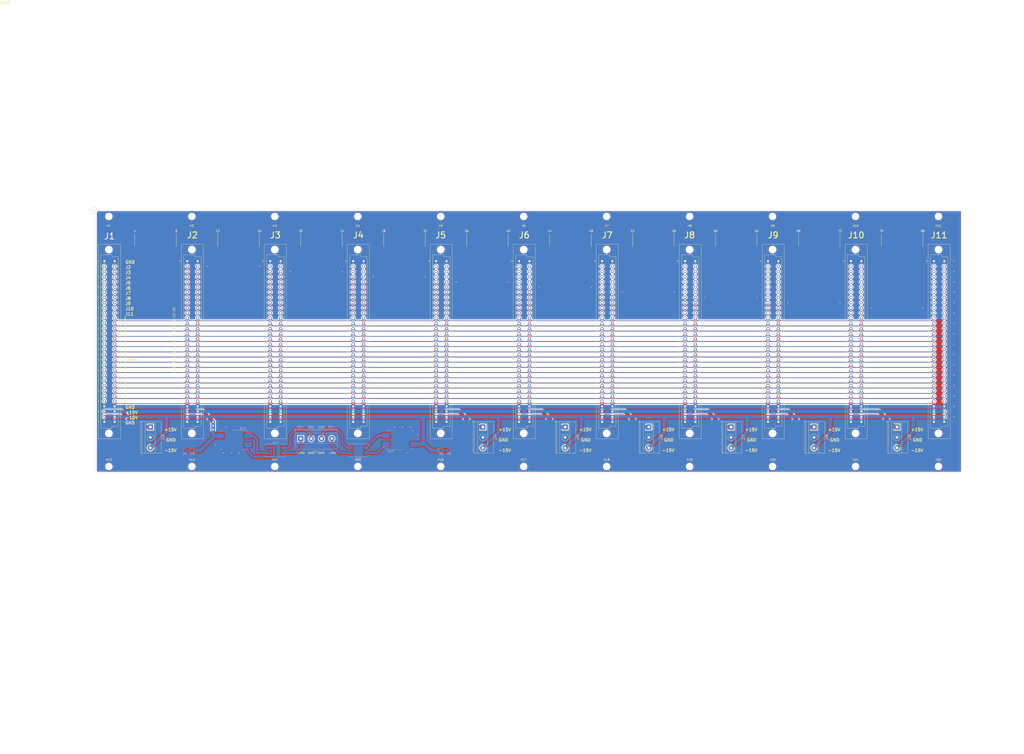
<source format=kicad_pcb>
(kicad_pcb (version 20241229) (generator "pcbnew") (generator_version "9.0")
  (title_block (title "3U84HP Backplane, 2x32 AC DIN41612") (comment 1 "multi-cb 2layer board ca 75eur/pc"))
  (layers (0 "F.Cu" signal) (2 "B.Cu" signal) (13 "F.Paste" user) (15 "B.Paste" user) (5 "F.SilkS" user "F.Silkscreen") (7 "B.SilkS" user "B.Silkscreen") (1 "F.Mask" user) (3 "B.Mask" user) (25 "Edge.Cuts" user))
  (net 0 "")
  (net 1 "GND")
  (net 2 "+15V")
  (net 3 "-15V")
  (net 4 "/2")
  (net 5 "/J2a")
  (net 6 "/J3a")
  (net 7 "/J4a")
  (net 8 "/J5a")
  (net 9 "/J6a")
  (net 10 "/J7a")
  (net 11 "/J8a")
  (net 12 "/J9a")
  (net 13 "/J10a")
  (net 14 "/J11a")
  (net 15 "/J2c")
  (net 16 "/J3c")
  (net 17 "/J4c")
  (net 18 "/J5c")
  (net 19 "/J6c")
  (net 20 "/J7c")
  (net 21 "/J8c")
  (net 22 "/J9c")
  (net 23 "/J10c")
  (net 24 "/J11c")
  (net 204 "/12a")
  (net 205 "/13a")
  (net 206 "/14a")
  (net 207 "/15a")
  (net 208 "/16a")
  (net 209 "/17a")
  (net 210 "/18a")
  (net 211 "/19a")
  (net 212 "/20a")
  (net 213 "/21a")
  (net 214 "/22a")
  (net 215 "/23a")
  (net 216 "/24a")
  (net 217 "/25a")
  (net 218 "/26a")
  (net 219 "/27a")
  (net 220 "/28a")
  (net 221 "/12c")
  (net 222 "/13c")
  (net 223 "/14c")
  (net 224 "/15c")
  (net 225 "/16c")
  (net 226 "/17c")
  (net 227 "/18c")
  (net 228 "/19c")
  (net 229 "/20c")
  (net 230 "/21c")
  (net 231 "/22c")
  (net 232 "/23c")
  (net 233 "/24c")
  (net 234 "/25c")
  (net 235 "/26c")
  (net 236 "/27c")
  (net 237 "/28c")
  (net 238 "Net-(D1-Pad1)")
  (net 239 "Net-(D2-Pad2)")
  (net 240 "Net-(FL1-Pad1)")
  (net 241 "/+VIN")
  (net 242 "Net-(FL1-Pad3)")
  (net 243 "Net-(FL1-Pad4)")
  (net 244 "/-VIN")
  (net 245 "Net-(FL2-Pad2)")
  (net 246 "Net-(FL2-Pad3)")
  (net 247 "Net-(FL2-Pad4)")
  (footprint "MountingHole:MountingHole_2.7mm_M2.5_DIN965" (layer "F.Cu") (at 256.54 227.125)
    (property "Reference" "H17")
    (property "Value" "MountingHole_Pad")
  )
  (footprint "Connector_DIN:DIN41612_C_2x32_Female_Vertical_THT" (layer "F.Cu") (at 335.58 126.505)
    (property "Reference" "J8")
    (property "Value" "DIN41612_02x32_AC")
  )
  (footprint "Connector_DIN:DIN41612_C_2x32_Female_Vertical_THT" (layer "F.Cu") (at 416.86 126.505)
    (property "Reference" "J10")
    (property "Value" "DIN41612_02x32_AC")
  )
  (footprint "TerminalBlock_Phoenix:TerminalBlock_Phoenix_MKDS-1,5-3-5.08_1x03_P5.08mm_Horizontal" (layer "F.Cu") (at 398.775 207.78 -90)
    (property "Reference" "J18")
    (property "Value" "Conn_01x03")
  )
  (footprint "MountingHole:MountingHole_2.7mm_M2.5_DIN965" (layer "F.Cu") (at 378.46 104.625)
    (property "Reference" "H9")
    (property "Value" "MountingHole_Pad")
  )
  (footprint "MountingHole:MountingHole_2.7mm_M2.5_DIN965" (layer "F.Cu") (at 419.1 104.625)
    (property "Reference" "H10")
    (property "Value" "MountingHole_Pad")
  )
  (footprint "Connector_DIN:DIN41612_C_2x32_Female_Vertical_THT" (layer "F.Cu") (at 457.5 126.505)
    (property "Reference" "J11")
    (property "Value" "DIN41612_02x32_AC")
  )
  (footprint "TerminalBlock_Phoenix:TerminalBlock_Phoenix_MKDS-1,5-3-5.08_1x03_P5.08mm_Horizontal" (layer "F.Cu") (at 236.52 207.78 -90)
    (property "Reference" "J14")
    (property "Value" "Conn_01x03")
  )
  (footprint "MountingHole:MountingHole_2.7mm_M2.5_DIN965" (layer "F.Cu") (at 297.18 227.125)
    (property "Reference" "H18")
    (property "Value" "MountingHole_Pad")
  )
  (footprint "MountingHole:MountingHole_2.7mm_M2.5_DIN965" (layer "F.Cu") (at 134.62 104.625)
    (property "Reference" "H3")
    (property "Value" "MountingHole_Pad")
  )
  (footprint "MountingHole:MountingHole_2.7mm_M2.5_DIN965" (layer "F.Cu") (at 378.46 227.125)
    (property "Reference" "H20")
    (property "Value" "MountingHole_Pad")
  )
  (footprint "Connector_DIN:DIN41612_C_2x32_Female_Vertical_THT" (layer "F.Cu") (at 254.3 126.505)
    (property "Reference" "J6")
    (property "Value" "DIN41612_02x32_AC")
  )
  (footprint "Connector_DIN:DIN41612_C_2x32_Female_Vertical_THT" (layer "F.Cu") (at 294.94 126.505)
    (property "Reference" "J7")
    (property "Value" "DIN41612_02x32_AC")
  )
  (footprint "MountingHole:MountingHole_2.7mm_M2.5_DIN965" (layer "F.Cu") (at 53.34 104.625)
    (property "Reference" "H1")
    (property "Value" "MountingHole_Pad")
  )
  (footprint "MountingHole:MountingHole_2.7mm_M2.5_DIN965" (layer "F.Cu") (at 419.1 227.125)
    (property "Reference" "H21")
    (property "Value" "MountingHole_Pad")
  )
  (footprint "MountingHole:MountingHole_2.7mm_M2.5_DIN965" (layer "F.Cu") (at 337.82 104.625)
    (property "Reference" "H8")
    (property "Value" "MountingHole_Pad")
  )
  (footprint "MountingHole:MountingHole_2.7mm_M2.5_DIN965" (layer "F.Cu") (at 93.98 227.125)
    (property "Reference" "H13")
    (property "Value" "MountingHole_Pad")
  )
  (footprint "TerminalBlock_Phoenix:TerminalBlock_Phoenix_MKDS-1,5-3-5.08_1x03_P5.08mm_Horizontal" (layer "F.Cu") (at 439.415 207.78 -90)
    (property "Reference" "J19")
    (property "Value" "Conn_01x03")
  )
  (footprint "Connector_DIN:DIN41612_C_2x32_Female_Vertical_THT" (layer "F.Cu") (at 376.22 126.505)
    (property "Reference" "J9")
    (property "Value" "DIN41612_02x32_AC")
  )
  (footprint "MountingHole:MountingHole_2.7mm_M2.5_DIN965" (layer "F.Cu") (at 93.98 104.625)
    (property "Reference" "H2")
    (property "Value" "MountingHole_Pad")
  )
  (footprint "TerminalBlock_Phoenix:TerminalBlock_Phoenix_MKDS-1,5-3-5.08_1x03_P5.08mm_Horizontal" (layer "F.Cu") (at 73.655 207.78 -90)
    (property "Reference" "J13")
    (property "Value" "Conn_01x03")
  )
  (footprint "MountingHole:MountingHole_2.7mm_M2.5_DIN965" (layer "F.Cu") (at 175.26 227.125)
    (property "Reference" "H15")
    (property "Value" "MountingHole_Pad")
  )
  (footprint "MountingHole:MountingHole_2.7mm_M2.5_DIN965" (layer "F.Cu") (at 459.74 227.125)
    (property "Reference" "H22")
    (property "Value" "MountingHole_Pad")
  )
  (footprint "MountingHole:MountingHole_2.7mm_M2.5_DIN965" (layer "F.Cu") (at 175.26 104.625)
    (property "Reference" "H4")
    (property "Value" "MountingHole_Pad")
  )
  (footprint "MountingHole:MountingHole_2.7mm_M2.5_DIN965" (layer "F.Cu") (at 53.34 227.125)
    (property "Reference" "H12")
    (property "Value" "MountingHole_Pad")
  )
  (footprint "MountingHole:MountingHole_2.7mm_M2.5_DIN965" (layer "F.Cu") (at 297.18 104.625)
    (property "Reference" "H7")
    (property "Value" "MountingHole_Pad")
  )
  (footprint "Connector_DIN:DIN41612_C_2x32_Female_Vertical_THT" (layer "F.Cu") (at 173.02 126.505)
    (property "Reference" "J4")
    (property "Value" "DIN41612_02x32_AC")
  )
  (footprint "Connector_DIN:DIN41612_C_2x32_Female_Vertical_THT" (layer "F.Cu") (at 213.66 126.505)
    (property "Reference" "J5")
    (property "Value" "DIN41612_02x32_AC")
  )
  (footprint "Connector_DIN:DIN41612_C_2x32_Female_Vertical_THT" (layer "F.Cu") (at 51.1 126.505)
    (property "Reference" "J1")
    (property "Value" "DIN41612_02x32_AC")
  )
  (footprint "Connector_DIN:DIN41612_C_2x32_Female_Vertical_THT" (layer "F.Cu") (at 91.74 126.505)
    (property "Reference" "J2")
    (property "Value" "DIN41612_02x32_AC")
  )
  (footprint "MountingHole:MountingHole_2.7mm_M2.5_DIN965" (layer "F.Cu") (at 459.74 104.625)
    (property "Reference" "H11")
    (property "Value" "MountingHole_Pad")
  )
  (footprint "MountingHole:MountingHole_2.7mm_M2.5_DIN965" (layer "F.Cu") (at 337.82 227.125)
    (property "Reference" "H19")
    (property "Value" "MountingHole_Pad")
  )
  (footprint "TerminalBlock_Phoenix:TerminalBlock_Phoenix_MKDS-1,5-3-5.08_1x03_P5.08mm_Horizontal" (layer "F.Cu") (at 276.855 207.78 -90)
    (property "Reference" "J15")
    (property "Value" "Conn_01x03")
  )
  (footprint "TerminalBlock_Phoenix:TerminalBlock_Phoenix_MKDS-1,5-3-5.08_1x03_P5.08mm_Horizontal" (layer "F.Cu") (at 358.135 207.78 -90)
    (property "Reference" "J17")
    (property "Value" "Conn_01x03")
  )
  (footprint "MountingHole:MountingHole_2.7mm_M2.5_DIN965" (layer "F.Cu") (at 215.9 104.625)
    (property "Reference" "H5")
    (property "Value" "MountingHole_Pad")
  )
  (footprint "MountingHole:MountingHole_2.7mm_M2.5_DIN965" (layer "F.Cu") (at 256.54 104.625)
    (property "Reference" "H6")
    (property "Value" "MountingHole_Pad")
  )
  (footprint "MountingHole:MountingHole_2.7mm_M2.5_DIN965" (layer "F.Cu") (at 134.62 227.125)
    (property "Reference" "H14")
    (property "Value" "MountingHole_Pad")
  )
  (footprint "TerminalBlock_Phoenix:TerminalBlock_Phoenix_MKDS-1,5-3-5.08_1x03_P5.08mm_Horizontal" (layer "F.Cu") (at 317.8 207.78 -90)
    (property "Reference" "J16")
    (property "Value" "Conn_01x03")
  )
  (footprint "Connector_DIN:DIN41612_C_2x32_Female_Vertical_THT" (layer "F.Cu") (at 132.38 126.505)
    (property "Reference" "J3")
    (property "Value" "DIN41612_02x32_AC")
  )
  (footprint "MountingHole:MountingHole_2.7mm_M2.5_DIN965" (layer "F.Cu") (at 215.9 227.125)
    (property "Reference" "H16")
    (property "Value" "MountingHole_Pad")
  )
  (footprint "Filter:Filter_Murata_BNX025" (layer "B.Cu") (at 114.6 214.135 180)
    (property "Reference" "FL3")
    (property "Value" "BNX025")
  )
  (footprint "LED_SMD:LED_0805_2012Metric" (layer "B.Cu") (at 216.2 219.215)
    (property "Reference" "D2")
    (property "Value" "LED")
  )
  (footprint "Filter:Filter_Bourns_SRF0905_6.0x9.2mm" (layer "B.Cu") (at 134.92 219.215 180)
    (property "Reference" "FL1")
    (property "Value" "Filter_EMI_LL_1423")
  )
  (footprint "TerminalBlock_Phoenix:TerminalBlock_Phoenix_MKDS-1,5-4-5.08_1x04_P5.08mm_Horizontal" (layer "B.Cu") (at 147.32 213.44)
    (property "Reference" "J12")
    (property "Value" "Conn_01x04")
  )
  (footprint "Filter:Filter_Bourns_SRF0905_6.0x9.2mm" (layer "B.Cu") (at 175.56 219.215)
    (property "Reference" "FL2")
    (property "Value" "Filter_EMI_LL_1423")
  )
  (footprint "Filter:Filter_Murata_BNX025" (layer "B.Cu") (at 195.88 214.135)
    (property "Reference" "FL4")
    (property "Value" "BNX025")
  )
  (footprint "LED_SMD:LED_0805_2012Metric" (layer "B.Cu") (at 94.28 219.215)
    (property "Reference" "D1")
    (property "Value" "LED")
  )
  (footprint "Resistor_SMD:R_0805_2012Metric" (layer "B.Cu") (at 90.47 219.215)
    (property "Reference" "R1")
    (property "Value" "R_0805")
  )
  (footprint "Resistor_SMD:R_0805_2012Metric" (layer "B.Cu") (at 220.01 219.215)
    (property "Reference" "R2")
    (property "Value" "R_0805")
  )
  (gr_line (start 350.52 119.38) (end 350.52 113.03) (stroke (width 0.15)) (layer "F.SilkS"))
  (gr_line (start 452.12 119.38) (end 452.12 113.03) (stroke (width 0.15)) (layer "F.SilkS"))
  (gr_line (start 228.6 119.38) (end 228.6 113.03) (stroke (width 0.15)) (layer "F.SilkS"))
  (gr_line (start 309.88 119.38) (end 309.88 113.03) (stroke (width 0.15)) (layer "F.SilkS"))
  (gr_line (start 289.56 119.38) (end 289.56 113.03) (stroke (width 0.15)) (layer "F.SilkS"))
  (gr_line (start 106.68 119.38) (end 106.68 113.03) (stroke (width 0.15)) (layer "F.SilkS"))
  (gr_line (start 167.64 119.38) (end 167.64 113.03) (stroke (width 0.15)) (layer "F.SilkS"))
  (gr_line (start 147.32 119.38) (end 147.32 113.03) (stroke (width 0.15)) (layer "F.SilkS"))
  (gr_line (start 431.8 119.38) (end 431.8 113.03) (stroke (width 0.15)) (layer "F.SilkS"))
  (gr_line (start 187.96 119.38) (end 187.96 113.03) (stroke (width 0.15)) (layer "F.SilkS"))
  (gr_line (start 391.16 119.38) (end 391.16 113.03) (stroke (width 0.15)) (layer "F.SilkS"))
  (gr_line (start 248.92 119.38) (end 248.92 113.03) (stroke (width 0.15)) (layer "F.SilkS"))
  (gr_line (start 66.04 119.38) (end 66.04 113.03) (stroke (width 0.15)) (layer "F.SilkS"))
  (gr_line (start 127 119.38) (end 127 113.03) (stroke (width 0.15)) (layer "F.SilkS"))
  (gr_line (start 208.28 119.38) (end 208.28 113.03) (stroke (width 0.15)) (layer "F.SilkS"))
  (gr_line (start 411.48 119.38) (end 411.48 113.03) (stroke (width 0.15)) (layer "F.SilkS"))
  (gr_line (start 269.24 119.38) (end 269.24 113.03) (stroke (width 0.15)) (layer "F.SilkS"))
  (gr_line (start 370.84 119.38) (end 370.84 113.03) (stroke (width 0.15)) (layer "F.SilkS"))
  (gr_line (start 61.26 153.67) (end 61.26 195.58) (stroke (width 0.3)) (layer "F.SilkS"))
  (gr_line (start 330.2 119.38) (end 330.2 113.03) (stroke (width 0.15)) (layer "F.SilkS"))
  (gr_line (start 86.36 119.38) (end 86.36 113.03) (stroke (width 0.15)) (layer "F.SilkS"))
  (gr_rect (start 46.99 101.6) (end 471.17 230.15) (stroke (width 0.1)) (fill no) (layer "Edge.Cuts"))
  (gr_text "76" (at 431.8 111.76 0) (layer "F.SilkS") (effects (font (size 1 1))))
  (gr_text "+15V" (at 244.14 209.055 0) (layer "F.SilkS") (effects (font (size 1.5 1.5) (thickness 0.3)) (justify left)))
  (gr_text "-15V" (at 80.31 219.215 0) (layer "F.SilkS") (effects (font (size 1.5 1.5) (thickness 0.3)) (justify left)))
  (gr_text "+15V" (at 324.15 209.055 0) (layer "F.SilkS") (effects (font (size 1.5 1.5) (thickness 0.3)) (justify left)))
  (gr_text "+15V" (at 80.31 209.055 0) (layer "F.SilkS") (effects (font (size 1.5 1.5) (thickness 0.3)) (justify left)))
  (gr_text "+15V" (at 147.32 220.485 0) (layer "F.SilkS") (effects (font (size 1 1))))
  (gr_text "GND" (at 244.14 214.135 0) (layer "F.SilkS") (effects (font (size 1.5 1.5) (thickness 0.3)) (justify left)))
  (gr_text "72" (at 411.48 111.76 0) (layer "F.SilkS") (effects (font (size 1 1))))
  (gr_text "J2" (at 61.26 129.54 0) (layer "F.SilkS") (effects (font (size 1.5 1.5) (thickness 0.3)) (justify left)))
  (gr_text "GND" (at 447.04 214.135 0) (layer "F.SilkS") (effects (font (size 1.5 1.5) (thickness 0.3)) (justify left)))
  (gr_text "+15V" (at 446.07 209.055 0) (layer "F.SilkS") (effects (font (size 1.5 1.5) (thickness 0.3)) (justify left)))
  (gr_text "4" (at 66.04 111.76 0) (layer "F.SilkS") (effects (font (size 1 1))))
  (gr_text "48" (at 289.56 111.76 0) (layer "F.SilkS") (effects (font (size 1 1))))
  (gr_text "68" (at 391.16 111.76 0) (layer "F.SilkS") (effects (font (size 1 1))))
  (gr_text "16" (at 127 111.76 0) (layer "F.SilkS") (effects (font (size 1 1))))
  (gr_text "J3" (at 61.26 132.08 0) (layer "F.SilkS") (effects (font (size 1.5 1.5) (thickness 0.3)) (justify left)))
  (gr_text "J10" (at 61.26 149.86 0) (layer "F.SilkS") (effects (font (size 1.5 1.5) (thickness 0.3)) (justify left)))
  (gr_text "GND" (at 61.26 198.12 0) (layer "F.SilkS") (effects (font (size 1.5 1.5) (thickness 0.3)) (justify left)))
  (gr_text "GND" (at 406.4 214.135 0) (layer "F.SilkS") (effects (font (size 1.5 1.5) (thickness 0.3)) (justify left)))
  (gr_text "-15V" (at 61.26 203.2 0) (layer "F.SilkS") (effects (font (size 1.5 1.5) (thickness 0.3)) (justify left)))
  (gr_text "+15V" (at 61.26 200.66 0) (layer "F.SilkS") (effects (font (size 1.5 1.5) (thickness 0.3)) (justify left)))
  (gr_text "-15V" (at 244.14 219.215 0) (layer "F.SilkS") (effects (font (size 1.5 1.5) (thickness 0.3)) (justify left)))
  (gr_text "60" (at 350.52 111.76 0) (layer "F.SilkS") (effects (font (size 1 1))))
  (gr_text "J8" (at 61.26 144.78 0) (layer "F.SilkS") (effects (font (size 1.5 1.5) (thickness 0.3)) (justify left)))
  (gr_text "20" (at 147.32 111.76 0) (layer "F.SilkS") (effects (font (size 1 1))))
  (gr_text "+15V" (at 283.51 209.055 0) (layer "F.SilkS") (effects (font (size 1.5 1.5) (thickness 0.3)) (justify left)))
  (gr_text "-15V" (at 283.51 219.215 0) (layer "F.SilkS") (effects (font (size 1.5 1.5) (thickness 0.3)) (justify left)))
  (gr_text "Laser Rack Backplane v1, AW2022-12-01" (at 85.28 165.245 90) (layer "F.SilkS") (effects (font (size 1 1))))
  (gr_text "-15V" (at 446.07 219.215 0) (layer "F.SilkS") (effects (font (size 1.5 1.5) (thickness 0.3)) (justify left)))
  (gr_text "40" (at 248.92 111.76 0) (layer "F.SilkS") (effects (font (size 1 1))))
  (gr_text "J4" (at 61.26 134.62 0) (layer "F.SilkS") (effects (font (size 1.5 1.5) (thickness 0.3)) (justify left)))
  (gr_text "28" (at 187.96 111.76 0) (layer "F.SilkS") (effects (font (size 1 1))))
  (gr_text "+15V" (at 405.43 209.050524 0) (layer "F.SilkS") (effects (font (size 1.5 1.5) (thickness 0.3)) (justify left)))
  (gr_text "GND" (at 0 0 0) (layer "F.SilkS") (effects (font (size 1.5 1.5) (thickness 0.3)) (justify left)))
  (gr_text "52" (at 309.88 111.76 0) (layer "F.SilkS") (effects (font (size 1 1))))
  (gr_text "-15V" (at 162.56 220.485 0) (layer "F.SilkS") (effects (font (size 1 1))))
  (gr_text "8" (at 86.36 111.76 0) (layer "F.SilkS") (effects (font (size 1 1))))
  (gr_text "56" (at 330.2 111.76 0) (layer "F.SilkS") (effects (font (size 1 1))))
  (gr_text "GND" (at 325.12 214.135 0) (layer "F.SilkS") (effects (font (size 1.5 1.5) (thickness 0.3)) (justify left)))
  (gr_text "J11" (at 61.26 152.4 0) (layer "F.SilkS") (effects (font (size 1.5 1.5) (thickness 0.3)) (justify left)))
  (gr_text "GND" (at 61.26 127 0) (layer "F.SilkS") (effects (font (size 1.5 1.5) (thickness 0.3)) (justify left)))
  (gr_text "GND" (at 152.4 220.485 0) (layer "F.SilkS") (effects (font (size 1 1))))
  (gr_text "-15V" (at 324.15 219.215 0) (layer "F.SilkS") (effects (font (size 1.5 1.5) (thickness 0.3)) (justify left)))
  (gr_text "GND" (at 157.48 220.485 0) (layer "F.SilkS") (effects (font (size 1 1))))
  (gr_text "J9" (at 61.26 147.32 0) (layer "F.SilkS") (effects (font (size 1.5 1.5) (thickness 0.3)) (justify left)))
  (gr_text "GND" (at 61.26 205.74 0) (layer "F.SilkS") (effects (font (size 1.5 1.5) (thickness 0.3)) (justify left)))
  (gr_text "GND" (at 284.48 214.135 0) (layer "F.SilkS") (effects (font (size 1.5 1.5) (thickness 0.3)) (justify left)))
  (gr_text "44" (at 269.24 111.76 0) (layer "F.SilkS") (effects (font (size 1 1))))
  (gr_text "36" (at 228.6 111.76 0) (layer "F.SilkS") (effects (font (size 1 1))))
  (gr_text "GND" (at 365.76 214.13 0) (layer "F.SilkS") (effects (font (size 1.5 1.5) (thickness 0.3)) (justify left)))
  (gr_text "80" (at 452.12 111.76 0) (layer "F.SilkS") (effects (font (size 1 1))))
  (gr_text "BUS" (at 62.53 174.625 0) (layer "F.SilkS") (effects (font (size 1.5 1.5) (thickness 0.3)) (justify left)))
  (gr_text "J6" (at 61.26 139.7 0) (layer "F.SilkS") (effects (font (size 1.5 1.5) (thickness 0.3)) (justify left)))
  (gr_text "24" (at 167.64 111.76 0) (layer "F.SilkS") (effects (font (size 1 1))))
  (gr_text "J5" (at 61.26 137.16 0) (layer "F.SilkS") (effects (font (size 1.5 1.5) (thickness 0.3)) (justify left)))
  (gr_text "32" (at 208.28 111.76 0) (layer "F.SilkS") (effects (font (size 1 1))))
  (gr_text "-15V" (at 364.79 219.215 0) (layer "F.SilkS") (effects (font (size 1.5 1.5) (thickness 0.3)) (justify left)))
  (gr_text "64" (at 370.84 111.76 0) (layer "F.SilkS") (effects (font (size 1 1))))
  (gr_text "+15V" (at 364.79 209.055 0) (layer "F.SilkS") (effects (font (size 1.5 1.5) (thickness 0.3)) (justify left)))
  (gr_text "J7" (at 61.26 142.24 0) (layer "F.SilkS") (effects (font (size 1.5 1.5) (thickness 0.3)) (justify left)))
  (gr_text "GND" (at 81.28 214.135 0) (layer "F.SilkS") (effects (font (size 1.5 1.5) (thickness 0.3)) (justify left)))
  (gr_text "-15V" (at 405.43 219.215 0) (layer "F.SilkS") (effects (font (size 1.5 1.5) (thickness 0.3)) (justify left)))
  (gr_text "12" (at 106.68 111.76 0) (layer "F.SilkS") (effects (font (size 1 1))))
  (gr_text "GND" (at 157.48 207.785 0) (layer "B.SilkS") (effects (font (size 1 1)) (justify mirror)))
  (gr_text "-15V" (at 162.56 207.785 0) (layer "B.SilkS") (effects (font (size 1 1)) (justify mirror)))
  (gr_text "+15V" (at 147.32 207.785 0) (layer "B.SilkS") (effects (font (size 1 1)) (justify mirror)))
  (gr_text "GND" (at 152.4 207.785 0) (layer "B.SilkS") (effects (font (size 1 1)) (justify mirror)))
  (target plus (at 45.72 101.6) (size 5) (width 0.1) (layer "Edge.Cuts"))
  (via (at 467.36 202.705) (size 0.8) (drill 0.4) (layers "F.Cu" "B.Cu") (net 1))
  (via (at 48.26 159.525) (size 0.8) (drill 0.4) (layers "F.Cu" "B.Cu") (net 1))
  (via (at 48.26 164.605) (size 0.8) (drill 0.4) (layers "F.Cu" "B.Cu") (net 1))
  (via (at 48.26 144.285) (size 0.8) (drill 0.4) (layers "F.Cu" "B.Cu") (net 1))
  (via (at 467.36 197.625) (size 0.8) (drill 0.4) (layers "F.Cu" "B.Cu") (net 1))
  (via (at 411.48 146.825) (size 0.8) (drill 0.4) (layers "F.Cu" "B.Cu") (net 1))
  (via (at 167.64 131.585) (size 0.8) (drill 0.4) (layers "F.Cu" "B.Cu") (net 1))
  (via (at 48.26 129.045) (size 0.8) (drill 0.4) (layers "F.Cu" "B.Cu") (net 1))
  (via (at 330.2 141.745) (size 0.8) (drill 0.4) (layers "F.Cu" "B.Cu") (net 1))
  (via (at 304.8 141.745) (size 0.8) (drill 0.4) (layers "F.Cu" "B.Cu") (net 1))
  (via (at 289.56 139.205) (size 0.8) (drill 0.4) (layers "F.Cu" "B.Cu") (net 1))
  (via (at 467.36 141.745) (size 0.8) (drill 0.4) (layers "F.Cu" "B.Cu") (net 1))
  (via (at 48.26 169.685) (size 0.8) (drill 0.4) (layers "F.Cu" "B.Cu") (net 1))
  (via (at 370.84 144.285) (size 0.8) (drill 0.4) (layers "F.Cu" "B.Cu") (net 1))
  (via (at 223.52 136.665) (size 0.8) (drill 0.4) (layers "F.Cu" "B.Cu") (net 1))
  (via (at 467.36 126.505) (size 0.8) (drill 0.4) (layers "F.Cu" "B.Cu") (net 1))
  (via (at 467.36 167.145) (size 0.8) (drill 0.4) (layers "F.Cu" "B.Cu") (net 1))
  (via (at 386.08 146.825) (size 0.8) (drill 0.4) (layers "F.Cu" "B.Cu") (net 1))
  (via (at 110.79 207.785) (size 0.8) (drill 0.4) (layers "F.Cu" "B.Cu") (net 1))
  (via (at 48.26 174.765) (size 0.8) (drill 0.4) (layers "F.Cu" "B.Cu") (net 1))
  (via (at 48.26 139.205) (size 0.8) (drill 0.4) (layers "F.Cu" "B.Cu") (net 1))
  (via (at 467.36 156.985) (size 0.8) (drill 0.4) (layers "F.Cu" "B.Cu") (net 1))
  (via (at 467.36 172.225) (size 0.8) (drill 0.4) (layers "F.Cu" "B.Cu") (net 1))
  (via (at 48.26 200.165) (size 0.8) (drill 0.4) (layers "F.Cu" "B.Cu") (net 1))
  (via (at 109.52 220.485) (size 0.8) (drill 0.4) (layers "F.Cu" "B.Cu") (net 1))
  (via (at 48.26 195.085) (size 0.8) (drill 0.4) (layers "F.Cu" "B.Cu") (net 1))
  (via (at 48.26 149.365) (size 0.8) (drill 0.4) (layers "F.Cu" "B.Cu") (net 1))
  (via (at 426.72 149.365) (size 0.8) (drill 0.4) (layers "F.Cu" "B.Cu") (net 1))
  (via (at 197.15 207.785) (size 0.8) (drill 0.4) (layers "F.Cu" "B.Cu") (net 1))
  (via (at 467.36 151.905) (size 0.8) (drill 0.4) (layers "F.Cu" "B.Cu") (net 1))
  (via (at 204.77 211.595) (size 0.8) (drill 0.4) (layers "F.Cu" "B.Cu") (net 1))
  (via (at 208.28 134.125) (size 0.8) (drill 0.4) (layers "F.Cu" "B.Cu") (net 1))
  (via (at 142.24 131.585) (size 0.8) (drill 0.4) (layers "F.Cu" "B.Cu") (net 1))
  (via (at 48.26 184.925) (size 0.8) (drill 0.4) (layers "F.Cu" "B.Cu") (net 1))
  (via (at 264.16 139.205) (size 0.8) (drill 0.4) (layers "F.Cu" "B.Cu") (net 1))
  (via (at 127 129.045) (size 0.8) (drill 0.4) (layers "F.Cu" "B.Cu") (net 1))
  (via (at 200.96 207.785) (size 0.8) (drill 0.4) (layers "F.Cu" "B.Cu") (net 1))
  (via (at 467.36 136.665) (size 0.8) (drill 0.4) (layers "F.Cu" "B.Cu") (net 1))
  (via (at 48.26 190.005) (size 0.8) (drill 0.4) (layers "F.Cu" "B.Cu") (net 1))
  (via (at 467.36 162.065) (size 0.8) (drill 0.4) (layers "F.Cu" "B.Cu") (net 1))
  (via (at 48.26 179.845) (size 0.8) (drill 0.4) (layers "F.Cu" "B.Cu") (net 1))
  (via (at 48.26 205.245) (size 0.8) (drill 0.4) (layers "F.Cu" "B.Cu") (net 1))
  (via (at 467.36 187.465) (size 0.8) (drill 0.4) (layers "F.Cu" "B.Cu") (net 1))
  (via (at 117.14 220.485) (size 0.8) (drill 0.4) (layers "F.Cu" "B.Cu") (net 1))
  (via (at 48.26 154.445) (size 0.8) (drill 0.4) (layers "F.Cu" "B.Cu") (net 1))
  (via (at 113.33 220.485) (size 0.8) (drill 0.4) (layers "F.Cu" "B.Cu") (net 1))
  (via (at 101.6 129.045) (size 0.8) (drill 0.4) (layers "F.Cu" "B.Cu") (net 1))
  (via (at 467.36 182.385) (size 0.8) (drill 0.4) (layers "F.Cu" "B.Cu") (net 1))
  (via (at 467.36 192.545) (size 0.8) (drill 0.4) (layers "F.Cu" "B.Cu") (net 1))
  (via (at 452.12 149.365) (size 0.8) (drill 0.4) (layers "F.Cu" "B.Cu") (net 1))
  (via (at 248.92 136.665) (size 0.8) (drill 0.4) (layers "F.Cu" "B.Cu") (net 1))
  (via (at 199.69 220.485) (size 0.8) (drill 0.4) (layers "F.Cu" "B.Cu") (net 1))
  (via (at 467.36 131.585) (size 0.8) (drill 0.4) (layers "F.Cu" "B.Cu") (net 1))
  (via (at 182.88 134.125) (size 0.8) (drill 0.4) (layers "F.Cu" "B.Cu") (net 1))
  (via (at 105.71 216.675) (size 0.8) (drill 0.4) (layers "F.Cu" "B.Cu") (net 1))
  (via (at 345.44 144.285) (size 0.8) (drill 0.4) (layers "F.Cu" "B.Cu") (net 1))
  (via (at 193.34 207.785) (size 0.8) (drill 0.4) (layers "F.Cu" "B.Cu") (net 1))
  (via (at 467.36 146.825) (size 0.8) (drill 0.4) (layers "F.Cu" "B.Cu") (net 1))
  (via (at 48.26 134.125) (size 0.8) (drill 0.4) (layers "F.Cu" "B.Cu") (net 1))
  (via (at 467.36 177.305) (size 0.8) (drill 0.4) (layers "F.Cu" "B.Cu") (net 1))
  (segment (start 224.79 200.165) (end 232.405 207.78) (width 1.8) (layer "F.Cu") (net 2))
  (segment (start 300.02 200.165) (end 294.94 200.165) (width 1.8) (layer "F.Cu") (net 2))
  (segment (start 430.53 200.165) (end 438.145 207.78) (width 1.8) (layer "F.Cu") (net 2))
  (segment (start 313.685 207.78) (end 317.8 207.78) (width 1.8) (layer "F.Cu") (net 2))
  (segment (start 218.74 200.165) (end 213.66 200.165) (width 1.8) (layer "F.Cu") (net 2))
  (segment (start 103.17 203.975) (end 104.44 205.245) (width 1.8) (layer "F.Cu") (net 2))
  (segment (start 91.74 200.165) (end 96.82 200.165) (width 1.8) (layer "F.Cu") (net 2))
  (segment (start 438.145 207.78) (end 439.415 207.78) (width 1.8) (layer "F.Cu") (net 2))
  (segment (start 59.69 200.165) (end 67.305 207.78) (width 1.8) (layer "F.Cu") (net 2))
  (segment (start 386.08 200.165) (end 393.695 207.78) (width 1.8) (layer "F.Cu") (net 2))
  (segment (start 265.43 200.165) (end 273.045 207.78) (width 1.8) (layer "F.Cu") (net 2))
  (segment (start 104.44 205.245) (end 104.44 207.15) (width 1.8) (layer "F.Cu") (net 2))
  (segment (start 381.3 200.165) (end 376.22 200.165) (width 1.8) (layer "F.Cu") (net 2))
  (segment (start 59.69 200.165) (end 56.18 200.165) (width 1.8) (layer "F.Cu") (net 2))
  (segment (start 306.07 200.165) (end 300.02 200.165) (width 1.8) (layer "F.Cu") (net 2))
  (segment (start 430.53 200.165) (end 421.94 200.165) (width 1.8) (layer "F.Cu") (net 2))
  (segment (start 259.38 200.165) (end 254.3 200.165) (width 1.8) (layer "F.Cu") (net 2))
  (segment (start 386.08 200.165) (end 381.3 200.165) (width 1.8) (layer "F.Cu") (net 2))
  (segment (start 346.71 200.165) (end 340.66 200.165) (width 1.8) (layer "F.Cu") (net 2))
  (segment (start 346.71 200.165) (end 354.325 207.78) (width 1.8) (layer "F.Cu") (net 2))
  (segment (start 421.94 200.165) (end 416.86 200.165) (width 1.8) (layer "F.Cu") (net 2))
  (segment (start 99.36 200.165) (end 103.17 203.975) (width 1.8) (layer "F.Cu") (net 2))
  (segment (start 273.045 207.78) (end 276.855 207.78) (width 1.8) (layer "F.Cu") (net 2))
  (segment (start 104.44 207.15) (end 104.44 209.055) (width 1.8) (layer "F.Cu") (net 2))
  (segment (start 265.43 200.165) (end 259.38 200.165) (width 1.8) (layer "F.Cu") (net 2))
  (segment (start 67.305 207.78) (end 73.655 207.78) (width 1.8) (layer "F.Cu") (net 2))
  (segment (start 56.18 200.165) (end 51.1 200.165) (width 1.8) (layer "F.Cu") (net 2))
  (segment (start 306.07 200.165) (end 313.685 207.78) (width 1.8) (layer "F.Cu") (net 2))
  (segment (start 224.79 200.165) (end 218.74 200.165) (width 1.8) (layer "F.Cu") (net 2))
  (segment (start 96.82 200.165) (end 99.36 200.165) (width 1.8) (layer "F.Cu") (net 2))
  (segment (start 393.695 207.78) (end 398.775 207.78) (width 1.8) (layer "F.Cu") (net 2))
  (segment (start 340.66 200.165) (end 335.58 200.165) (width 1.8) (layer "F.Cu") (net 2))
  (segment (start 354.325 207.78) (end 358.135 207.78) (width 1.8) (layer "F.Cu") (net 2))
  (segment (start 232.405 207.78) (end 236.52 207.78) (width 1.8) (layer "F.Cu") (net 2))
  (via (at 104.44 209.055) (size 1.6) (drill 0.8) (layers "F.Cu" "B.Cu") (net 2))
  (via (at 104.44 205.245) (size 1.6) (drill 0.8) (layers "F.Cu" "B.Cu") (net 2))
  (via (at 104.44 207.15) (size 1.6) (drill 0.8) (layers "F.Cu" "B.Cu") (net 2))
  (segment (start 294.94 200.165) (end 259.38 200.165) (width 1.8) (layer "B.Cu") (net 2))
  (segment (start 95.2175 219.215) (end 98.09 219.215) (width 1.8) (layer "B.Cu") (net 2))
  (segment (start 96.82 200.165) (end 137.46 200.165) (width 1.8) (layer "B.Cu") (net 2))
  (segment (start 300.02 200.165) (end 335.58 200.165) (width 1.8) (layer "B.Cu") (net 2))
  (segment (start 137.46 200.165) (end 173.02 200.165) (width 1.8) (layer "B.Cu") (net 2))
  (segment (start 56.48 200.165) (end 91.74 200.165) (width 1.8) (layer "B.Cu") (net 2))
  (segment (start 340.66 200.165) (end 376.22 200.165) (width 1.8) (layer "B.Cu") (net 2))
  (segment (start 421.94 200.165) (end 457.5 200.165) (width 1.8) (layer "B.Cu") (net 2))
  (segment (start 381.3 200.165) (end 416.86 200.165) (width 1.8) (layer "B.Cu") (net 2))
  (segment (start 213.66 200.165) (end 178.1 200.165) (width 1.8) (layer "B.Cu") (net 2))
  (segment (start 457.5 200.165) (end 462.58 200.165) (width 1.8) (layer "B.Cu") (net 2))
  (segment (start 105.27 212.035) (end 107.75 212.035) (width 1.8) (layer "B.Cu") (net 2))
  (segment (start 173.02 200.165) (end 178.1 200.165) (width 1.8) (layer "B.Cu") (net 2))
  (segment (start 104.44 211.205) (end 105.27 212.035) (width 1.8) (layer "B.Cu") (net 2))
  (segment (start 104.44 205.245) (end 104.44 211.205) (width 1.8) (layer "B.Cu") (net 2))
  (segment (start 98.09 219.215) (end 105.27 212.035) (width 1.8) (layer "B.Cu") (net 2))
  (segment (start 254.3 200.165) (end 218.74 200.165) (width 1.8) (layer "B.Cu") (net 2))
  (segment (start 56.48 200.165) (end 51.4 200.165) (width 1.8) (layer "B.Cu") (net 2))
  (segment (start 81.58 202.705) (end 56.48 202.705) (width 1.8) (layer "B.Cu") (net 3))
  (segment (start 439.415 217.94) (end 447.34 210.015) (width 1.8) (layer "B.Cu") (net 3))
  (segment (start 211.12 219.215) (end 207.31 215.405) (width 1.8) (layer "B.Cu") (net 3))
  (segment (start 284.78 202.705) (end 294.94 202.705) (width 1.8) (layer "B.Cu") (net 3))
  (segment (start 340.66 202.705) (end 335.58 202.705) (width 1.8) (layer "B.Cu") (net 3))
  (segment (start 215.2625 219.215) (end 211.12 219.215) (width 1.8) (layer "B.Cu") (net 3))
  (segment (start 137.46 202.705) (end 173.02 202.705) (width 1.8) (layer "B.Cu") (net 3))
  (segment (start 284.78 210.015) (end 284.78 207.485) (width 1.8) (layer "B.Cu") (net 3))
  (segment (start 206.48 216.235) (end 207.31 215.405) (width 1.8) (layer "B.Cu") (net 3))
  (segment (start 244.14 206.815) (end 244.14 202.705) (width 1.8) (layer "B.Cu") (net 3))
  (segment (start 325.42 202.705) (end 300.02 202.705) (width 1.8) (layer "B.Cu") (net 3))
  (segment (start 325.42 206.815) (end 325.42 202.705) (width 1.8) (layer "B.Cu") (net 3))
  (segment (start 406.7 208.085) (end 406.7 202.705) (width 1.8) (layer "B.Cu") (net 3))
  (segment (start 81.58 202.705) (end 81.58 210.015) (width 1.8) (layer "B.Cu") (net 3))
  (segment (start 91.74 202.705) (end 81.58 202.705) (width 1.8) (layer "B.Cu") (net 3))
  (segment (start 276.855 217.94) (end 284.78 210.015) (width 1.8) (layer "B.Cu") (net 3))
  (segment (start 132.38 202.705) (end 137.46 202.705) (width 1.8) (layer "B.Cu") (net 3))
  (segment (start 317.8 217.94) (end 325.42 210.32) (width 1.8) (layer "B.Cu") (net 3))
  (segment (start 284.78 207.485) (end 284.78 202.705) (width 1.8) (layer "B.Cu") (net 3))
  (segment (start 173.02 202.705) (end 178.1 202.705) (width 1.8) (layer "B.Cu") (net 3))
  (segment (start 376.22 202.705) (end 366.06 202.705) (width 1.8) (layer "B.Cu") (net 3))
  (segment (start 381.3 202.705) (end 376.22 202.705) (width 1.8) (layer "B.Cu") (net 3))
  (segment (start 406.7 210.015) (end 406.7 208.085) (width 1.8) (layer "B.Cu") (net 3))
  (segment (start 335.58 202.705) (end 325.42 202.705) (width 1.8) (layer "B.Cu") (net 3))
  (segment (start 213.66 202.705) (end 218.74 202.705) (width 1.8) (layer "B.Cu") (net 3))
  (segment (start 218.74 202.705) (end 244.14 202.705) (width 1.8) (layer "B.Cu") (net 3))
  (segment (start 366.06 210.015) (end 366.06 208.755) (width 1.8) (layer "B.Cu") (net 3))
  (segment (start 254.3 202.705) (end 259.38 202.705) (width 1.8) (layer "B.Cu") (net 3))
  (segment (start 366.06 202.705) (end 340.66 202.705) (width 1.8) (layer "B.Cu") (net 3))
  (segment (start 202.73 216.235) (end 206.48 216.235) (width 1.8) (layer "B.Cu") (net 3))
  (segment (start 447.34 202.705) (end 421.94 202.705) (width 1.8) (layer "B.Cu") (net 3))
  (segment (start 207.31 202.705) (end 213.66 202.705) (width 1.8) (layer "B.Cu") (net 3))
  (segment (start 132.68 202.705) (end 96.82 202.705) (width 1.8) (layer "B.Cu") (net 3))
  (segment (start 366.06 208.755) (end 366.06 202.705) (width 1.8) (layer "B.Cu") (net 3))
  (segment (start 51.4 202.705) (end 56.48 202.705) (width 1.8) (layer "B.Cu") (net 3))
  (segment (start 236.52 217.94) (end 244.14 210.32) (width 1.8) (layer "B.Cu") (net 3))
  (segment (start 447.34 210.015) (end 447.34 206.815) (width 1.8) (layer "B.Cu") (net 3))
  (segment (start 207.31 215.405) (end 207.31 202.705) (width 1.8) (layer "B.Cu") (net 3))
  (segment (start 447.34 202.705) (end 447.34 206.815) (width 1.8) (layer "B.Cu") (net 3))
  (segment (start 416.86 202.705) (end 406.7 202.705) (width 1.8) (layer "B.Cu") (net 3))
  (segment (start 406.7 202.705) (end 381.3 202.705) (width 1.8) (layer "B.Cu") (net 3))
  (segment (start 358.135 217.94) (end 366.06 210.015) (width 1.8) (layer "B.Cu") (net 3))
  (segment (start 244.14 210.32) (end 244.14 206.815) (width 1.8) (layer "B.Cu") (net 3))
  (segment (start 96.82 202.705) (end 91.74 202.705) (width 1.8) (layer "B.Cu") (net 3))
  (segment (start 457.5 202.705) (end 447.34 202.705) (width 1.8) (layer "B.Cu") (net 3))
  (segment (start 81.58 210.015) (end 73.655 217.94) (width 1.8) (layer "B.Cu") (net 3))
  (segment (start 462.58 202.705) (end 457.5 202.705) (width 1.8) (layer "B.Cu") (net 3))
  (segment (start 244.14 202.705) (end 254.3 202.705) (width 1.8) (layer "B.Cu") (net 3))
  (segment (start 325.42 210.32) (end 325.42 206.815) (width 1.8) (layer "B.Cu") (net 3))
  (segment (start 398.775 217.94) (end 406.7 210.015) (width 1.8) (layer "B.Cu") (net 3))
  (segment (start 421.94 202.705) (end 416.86 202.705) (width 1.8) (layer "B.Cu") (net 3))
  (segment (start 178.1 202.705) (end 207.31 202.705) (width 1.8) (layer "B.Cu") (net 3))
  (segment (start 294.94 202.705) (end 300.02 202.705) (width 1.8) (layer "B.Cu") (net 3))
  (segment (start 259.38 202.705) (end 284.78 202.705) (width 1.8) (layer "B.Cu") (net 3))
  (segment (start 52.125 128.02) (end 90.715 128.02) (width 0.2) (layer "F.Cu") (net 5))
  (segment (start 51.1 129.045) (end 52.125 128.02) (width 0.2) (layer "F.Cu") (net 5))
  (segment (start 90.715 128.02) (end 91.74 129.045) (width 0.2) (layer "F.Cu") (net 5))
  (segment (start 131.355 130.56) (end 52.125 130.56) (width 0.2) (layer "F.Cu") (net 6))
  (segment (start 132.38 131.585) (end 131.355 130.56) (width 0.2) (layer "F.Cu") (net 6))
  (segment (start 52.125 130.56) (end 51.1 131.585) (width 0.2) (layer "F.Cu") (net 6))
  (segment (start 173.02 134.125) (end 171.995 133.1) (width 0.2) (layer "F.Cu") (net 7))
  (segment (start 52.125 133.1) (end 51.1 134.125) (width 0.2) (layer "F.Cu") (net 7))
  (segment (start 171.995 133.1) (end 52.125 133.1) (width 0.2) (layer "F.Cu") (net 7))
  (segment (start 52.125 135.64) (end 51.1 136.665) (width 0.2) (layer "F.Cu") (net 8))
  (segment (start 213.66 136.665) (end 212.635 135.64) (width 0.2) (layer "F.Cu") (net 8))
  (segment (start 212.635 135.64) (end 52.125 135.64) (width 0.2) (layer "F.Cu") (net 8))
  (segment (start 253.275 138.18) (end 52.125 138.18) (width 0.2) (layer "F.Cu") (net 9))
  (segment (start 254.3 139.205) (end 253.275 138.18) (width 0.2) (layer "F.Cu") (net 9))
  (segment (start 52.125 138.18) (end 51.1 139.205) (width 0.2) (layer "F.Cu") (net 9))
  (segment (start 209.854 140.72) (end 52.125 140.72) (width 0.2) (layer "F.Cu") (net 10))
  (segment (start 210.104 140.97) (end 209.854 140.72) (width 0.2) (layer "F.Cu") (net 10))
  (segment (start 52.125 140.72) (end 51.1 141.745) (width 0.2) (layer "F.Cu") (net 10))
  (segment (start 294.94 141.745) (end 293.915 140.72) (width 0.2) (layer "F.Cu") (net 10))
  (segment (start 293.915 140.72) (end 210.354 140.72) (width 0.2) (layer "F.Cu") (net 10))
  (segment (start 210.354 140.72) (end 210.104 140.97) (width 0.2) (layer "F.Cu") (net 10))
  (segment (start 334.555 143.26) (end 52.125 143.26) (width 0.2) (layer "F.Cu") (net 11))
  (segment (start 52.125 143.26) (end 51.1 144.285) (width 0.2) (layer "F.Cu") (net 11))
  (segment (start 335.58 144.285) (end 334.555 143.26) (width 0.2) (layer "F.Cu") (net 11))
  (segment (start 376.22 146.825) (end 375.195 145.8) (width 0.2) (layer "F.Cu") (net 12))
  (segment (start 52.125 145.8) (end 51.1 146.825) (width 0.2) (layer "F.Cu") (net 12))
  (segment (start 375.195 145.8) (end 52.125 145.8) (width 0.2) (layer "F.Cu") (net 12))
  (segment (start 415.835 148.34) (end 52.125 148.34) (width 0.2) (layer "F.Cu") (net 13))
  (segment (start 416.86 149.365) (end 415.835 148.34) (width 0.2) (layer "F.Cu") (net 13))
  (segment (start 52.125 148.34) (end 51.1 149.365) (width 0.2) (layer "F.Cu") (net 13))
  (segment (start 456.475 150.88) (end 52.125 150.88) (width 0.2) (layer "F.Cu") (net 14))
  (segment (start 52.125 150.88) (end 51.1 151.905) (width 0.2) (layer "F.Cu") (net 14))
  (segment (start 457.5 151.905) (end 456.475 150.88) (width 0.2) (layer "F.Cu") (net 14))
  (segment (start 57.205 130.07) (end 95.795 130.07) (width 0.2) (layer "F.Cu") (net 15))
  (segment (start 56.18 129.045) (end 57.205 130.07) (width 0.2) (layer "F.Cu") (net 15))
  (segment (start 95.795 130.07) (end 96.82 129.045) (width 0.2) (layer "F.Cu") (net 15))
  (segment (start 57.205 132.61) (end 136.435 132.61) (width 0.2) (layer "F.Cu") (net 16))
  (segment (start 136.435 132.61) (end 137.46 131.585) (width 0.2) (layer "F.Cu") (net 16))
  (segment (start 56.18 131.585) (end 57.205 132.61) (width 0.2) (layer "F.Cu") (net 16))
  (segment (start 57.205 135.15) (end 177.075 135.15) (width 0.2) (layer "F.Cu") (net 17))
  (segment (start 177.075 135.15) (end 178.1 134.125) (width 0.2) (layer "F.Cu") (net 17))
  (segment (start 56.18 134.125) (end 57.205 135.15) (width 0.2) (layer "F.Cu") (net 17))
  (segment (start 217.715 137.69) (end 218.74 136.665) (width 0.2) (layer "F.Cu") (net 18))
  (segment (start 56.18 136.665) (end 57.205 137.69) (width 0.2) (layer "F.Cu") (net 18))
  (segment (start 57.205 137.69) (end 217.715 137.69) (width 0.2) (layer "F.Cu") (net 18))
  (segment (start 56.18 139.205) (end 57.205 140.23) (width 0.2) (layer "F.Cu") (net 19))
  (segment (start 141.673 140.23) (end 141.778 140.335) (width 0.2) (layer "F.Cu") (net 19))
  (segment (start 57.205 140.23) (end 141.673 140.23) (width 0.2) (layer "F.Cu") (net 19))
  (segment (start 258.25 140.335) (end 259.38 139.205) (width 0.2) (layer "F.Cu") (net 19))
  (segment (start 141.778 140.335) (end 258.25 140.335) (width 0.2) (layer "F.Cu") (net 19))
  (segment (start 300.02 141.745) (end 298.995 142.77) (width 0.2) (layer "F.Cu") (net 20))
  (segment (start 57.205 142.77) (end 56.18 141.745) (width 0.2) (layer "F.Cu") (net 20))
  (segment (start 298.995 142.77) (end 57.205 142.77) (width 0.2) (layer "F.Cu") (net 20))
  (segment (start 56.18 144.285) (end 57.205 145.31) (width 0.2) (layer "F.Cu") (net 21))
  (segment (start 339.635 145.31) (end 340.66 144.285) (width 0.2) (layer "F.Cu") (net 21))
  (segment (start 57.205 145.31) (end 339.635 145.31) (width 0.2) (layer "F.Cu") (net 21))
  (segment (start 57.205 147.85) (end 380.275 147.85) (width 0.2) (layer "F.Cu") (net 22))
  (segment (start 56.18 146.825) (end 57.205 147.85) (width 0.2) (layer "F.Cu") (net 22))
  (segment (start 380.275 147.85) (end 381.3 146.825) (width 0.2) (layer "F.Cu") (net 22))
  (segment (start 420.915 150.39) (end 421.94 149.365) (width 0.2) (layer "F.Cu") (net 23))
  (segment (start 57.205 150.39) (end 420.915 150.39) (width 0.2) (layer "F.Cu") (net 23))
  (segment (start 56.18 149.365) (end 57.205 150.39) (width 0.2) (layer "F.Cu") (net 23))
  (segment (start 56.18 151.905) (end 57.205 152.93) (width 0.2) (layer "F.Cu") (net 24))
  (segment (start 461.555 152.93) (end 462.58 151.905) (width 0.2) (layer "F.Cu") (net 24))
  (segment (start 57.205 152.93) (end 461.555 152.93) (width 0.2) (layer "F.Cu") (net 24))
  (segment (start 294.94 154.445) (end 293.67 155.715) (width 0.3) (layer "F.Cu") (net 204))
  (segment (start 253.03 155.715) (end 214.93 155.715) (width 0.3) (layer "F.Cu") (net 204))
  (segment (start 132.38 154.445) (end 131.11 155.715) (width 0.3) (layer "F.Cu") (net 204))
  (segment (start 90.47 155.715) (end 52.37 155.715) (width 0.3) (layer "F.Cu") (net 204))
  (segment (start 171.75 155.715) (end 133.65 155.715) (width 0.3) (layer "F.Cu") (net 204))
  (segment (start 254.3 154.445) (end 253.03 155.715) (width 0.3) (layer "F.Cu") (net 204))
  (segment (start 376.22 154.445) (end 374.95 155.715) (width 0.3) (layer "F.Cu") (net 204))
  (segment (start 173.02 154.445) (end 171.75 155.715) (width 0.3) (layer "F.Cu") (net 204))
  (segment (start 377.49 155.715) (end 376.22 154.445) (width 0.3) (layer "F.Cu") (net 204))
  (segment (start 457.5 154.445) (end 456.23 155.715) (width 0.3) (layer "F.Cu") (net 204))
  (segment (start 214.93 155.715) (end 213.66 154.445) (width 0.3) (layer "F.Cu") (net 204))
  (segment (start 52.37 155.715) (end 51.1 154.445) (width 0.3) (layer "F.Cu") (net 204))
  (segment (start 374.95 155.715) (end 336.85 155.715) (width 0.3) (layer "F.Cu") (net 204))
  (segment (start 93.01 155.715) (end 91.74 154.445) (width 0.3) (layer "F.Cu") (net 204))
  (segment (start 334.31 155.715) (end 296.21 155.715) (width 0.3) (layer "F.Cu") (net 204))
  (segment (start 131.11 155.715) (end 93.01 155.715) (width 0.3) (layer "F.Cu") (net 204))
  (segment (start 416.86 154.445) (end 415.59 155.715) (width 0.3) (layer "F.Cu") (net 204))
  (segment (start 255.57 155.715) (end 254.3 154.445) (width 0.3) (layer "F.Cu") (net 204))
  (segment (start 335.58 154.445) (end 334.31 155.715) (width 0.3) (layer "F.Cu") (net 204))
  (segment (start 336.85 155.715) (end 335.58 154.445) (width 0.3) (layer "F.Cu") (net 204))
  (segment (start 213.66 154.445) (end 212.39 155.715) (width 0.3) (layer "F.Cu") (net 204))
  (segment (start 133.65 155.715) (end 132.38 154.445) (width 0.3) (layer "F.Cu") (net 204))
  (segment (start 456.23 155.715) (end 418.13 155.715) (width 0.3) (layer "F.Cu") (net 204))
  (segment (start 212.39 155.715) (end 174.29 155.715) (width 0.3) (layer "F.Cu") (net 204))
  (segment (start 415.59 155.715) (end 377.49 155.715) (width 0.3) (layer "F.Cu") (net 204))
  (segment (start 174.29 155.715) (end 173.02 154.445) (width 0.3) (layer "F.Cu") (net 204))
  (segment (start 296.21 155.715) (end 294.94 154.445) (width 0.3) (layer "F.Cu") (net 204))
  (segment (start 293.67 155.715) (end 255.57 155.715) (width 0.3) (layer "F.Cu") (net 204))
  (segment (start 418.13 155.715) (end 416.86 154.445) (width 0.3) (layer "F.Cu") (net 204))
  (segment (start 91.74 154.445) (end 90.47 155.715) (width 0.3) (layer "F.Cu") (net 204))
  (segment (start 376.22 156.985) (end 374.95 158.255) (width 0.3) (layer "F.Cu") (net 205))
  (segment (start 457.5 156.985) (end 456.23 158.255) (width 0.3) (layer "F.Cu") (net 205))
  (segment (start 294.94 156.985) (end 293.67 158.255) (width 0.3) (layer "F.Cu") (net 205))
  (segment (start 456.23 158.255) (end 418.13 158.255) (width 0.3) (layer "F.Cu") (net 205))
  (segment (start 254.3 156.985) (end 253.03 158.255) (width 0.3) (layer "F.Cu") (net 205))
  (segment (start 416.86 156.985) (end 415.59 158.255) (width 0.3) (layer "F.Cu") (net 205))
  (segment (start 418.13 158.255) (end 416.86 156.985) (width 0.3) (layer "F.Cu") (net 205))
  (segment (start 133.65 158.255) (end 132.38 156.985) (width 0.3) (layer "F.Cu") (net 205))
  (segment (start 132.38 156.985) (end 131.11 158.255) (width 0.3) (layer "F.Cu") (net 205))
  (segment (start 131.11 158.255) (end 93.01 158.255) (width 0.3) (layer "F.Cu") (net 205))
  (segment (start 173.02 156.985) (end 171.75 158.255) (width 0.3) (layer "F.Cu") (net 205))
  (segment (start 93.01 158.255) (end 91.74 156.985) (width 0.3) (layer "F.Cu") (net 205))
  (segment (start 91.74 156.985) (end 90.47 158.255) (width 0.3) (layer "F.Cu") (net 205))
  (segment (start 214.93 158.255) (end 213.66 156.985) (width 0.3) (layer "F.Cu") (net 205))
  (segment (start 90.47 158.255) (end 52.37 158.255) (width 0.3) (layer "F.Cu") (net 205))
  (segment (start 255.57 158.255) (end 254.3 156.985) (width 0.3) (layer "F.Cu") (net 205))
  (segment (start 374.95 158.255) (end 336.85 158.255) (width 0.3) (layer "F.Cu") (net 205))
  (segment (start 293.67 158.255) (end 255.57 158.255) (width 0.3) (layer "F.Cu") (net 205))
  (segment (start 52.37 158.255) (end 51.1 156.985) (width 0.3) (layer "F.Cu") (net 205))
  (segment (start 334.31 158.255) (end 296.21 158.255) (width 0.3) (layer "F.Cu") (net 205))
  (segment (start 213.66 156.985) (end 212.39 158.255) (width 0.3) (layer "F.Cu") (net 205))
  (segment (start 171.75 158.255) (end 133.65 158.255) (width 0.3) (layer "F.Cu") (net 205))
  (segment (start 335.58 156.985) (end 334.31 158.255) (width 0.3) (layer "F.Cu") (net 205))
  (segment (start 212.39 158.255) (end 174.29 158.255) (width 0.3) (layer "F.Cu") (net 205))
  (segment (start 174.29 158.255) (end 173.02 156.985) (width 0.3) (layer "F.Cu") (net 205))
  (segment (start 253.03 158.255) (end 214.93 158.255) (width 0.3) (layer "F.Cu") (net 205))
  (segment (start 296.21 158.255) (end 294.94 156.985) (width 0.3) (layer "F.Cu") (net 205))
  (segment (start 336.85 158.255) (end 335.58 156.985) (width 0.3) (layer "F.Cu") (net 205))
  (segment (start 415.59 158.255) (end 377.49 158.255) (width 0.3) (layer "F.Cu") (net 205))
  (segment (start 377.49 158.255) (end 376.22 156.985) (width 0.3) (layer "F.Cu") (net 205))
  (segment (start 416.86 159.525) (end 415.59 160.795) (width 0.3) (layer "F.Cu") (net 206))
  (segment (start 133.65 160.795) (end 132.38 159.525) (width 0.3) (layer "F.Cu") (net 206))
  (segment (start 131.11 160.795) (end 93.01 160.795) (width 0.3) (layer "F.Cu") (net 206))
  (segment (start 52.37 160.795) (end 51.1 159.525) (width 0.3) (layer "F.Cu") (net 206))
  (segment (start 174.29 160.795) (end 173.02 159.525) (width 0.3) (layer "F.Cu") (net 206))
  (segment (start 335.58 159.525) (end 334.31 160.795) (width 0.3) (layer "F.Cu") (net 206))
  (segment (start 253.03 160.795) (end 214.93 160.795) (width 0.3) (layer "F.Cu") (net 206))
  (segment (start 457.5 159.525) (end 456.23 160.795) (width 0.3) (layer "F.Cu") (net 206))
  (segment (start 377.49 160.795) (end 376.22 159.525) (width 0.3) (layer "F.Cu") (net 206))
  (segment (start 418.13 160.795) (end 416.86 159.525) (width 0.3) (layer "F.Cu") (net 206))
  (segment (start 91.74 159.525) (end 90.47 160.795) (width 0.3) (layer "F.Cu") (net 206))
  (segment (start 336.85 160.795) (end 335.58 159.525) (width 0.3) (layer "F.Cu") (net 206))
  (segment (start 90.47 160.795) (end 52.37 160.795) (width 0.3) (layer "F.Cu") (net 206))
  (segment (start 93.01 160.795) (end 91.74 159.525) (width 0.3) (layer "F.Cu") (net 206))
  (segment (start 334.31 160.795) (end 296.21 160.795) (width 0.3) (layer "F.Cu") (net 206))
  (segment (start 376.22 159.525) (end 374.95 160.795) (width 0.3) (layer "F.Cu") (net 206))
  (segment (start 254.3 159.525) (end 253.03 160.795) (width 0.3) (layer "F.Cu") (net 206))
  (segment (start 456.23 160.795) (end 418.13 160.795) (width 0.3) (layer "F.Cu") (net 206))
  (segment (start 173.02 159.525) (end 171.75 160.795) (width 0.3) (layer "F.Cu") (net 206))
  (segment (start 213.66 159.525) (end 212.39 160.795) (width 0.3) (layer "F.Cu") (net 206))
  (segment (start 293.67 160.795) (end 255.57 160.795) (width 0.3) (layer "F.Cu") (net 206))
  (segment (start 415.59 160.795) (end 377.49 160.795) (width 0.3) (layer "F.Cu") (net 206))
  (segment (start 294.94 159.525) (end 293.67 160.795) (width 0.3) (layer "F.Cu") (net 206))
  (segment (start 214.93 160.795) (end 213.66 159.525) (width 0.3) (layer "F.Cu") (net 206))
  (segment (start 132.38 159.525) (end 131.11 160.795) (width 0.3) (layer "F.Cu") (net 206))
  (segment (start 212.39 160.795) (end 174.29 160.795) (width 0.3) (layer "F.Cu") (net 206))
  (segment (start 296.21 160.795) (end 294.94 159.525) (width 0.3) (layer "F.Cu") (net 206))
  (segment (start 171.75 160.795) (end 133.65 160.795) (width 0.3) (layer "F.Cu") (net 206))
  (segment (start 374.95 160.795) (end 336.85 160.795) (width 0.3) (layer "F.Cu") (net 206))
  (segment (start 255.57 160.795) (end 254.3 159.525) (width 0.3) (layer "F.Cu") (net 206))
  (segment (start 377.49 163.335) (end 376.22 162.065) (width 0.3) (layer "F.Cu") (net 207))
  (segment (start 214.93 163.335) (end 213.66 162.065) (width 0.3) (layer "F.Cu") (net 207))
  (segment (start 131.11 163.335) (end 93.01 163.335) (width 0.3) (layer "F.Cu") (net 207))
  (segment (start 296.21 163.335) (end 294.94 162.065) (width 0.3) (layer "F.Cu") (net 207))
  (segment (start 253.03 163.335) (end 214.93 163.335) (width 0.3) (layer "F.Cu") (net 207))
  (segment (start 52.37 163.335) (end 51.1 162.065) (width 0.3) (layer "F.Cu") (net 207))
  (segment (start 132.38 162.065) (end 131.11 163.335) (width 0.3) (layer "F.Cu") (net 207))
  (segment (start 376.22 162.065) (end 374.95 163.335) (width 0.3) (layer "F.Cu") (net 207))
  (segment (start 293.67 163.335) (end 255.57 163.335) (width 0.3) (layer "F.Cu") (net 207))
  (segment (start 133.65 163.335) (end 132.38 162.065) (width 0.3) (layer "F.Cu") (net 207))
  (segment (start 213.66 162.065) (end 212.39 163.335) (width 0.3) (layer "F.Cu") (net 207))
  (segment (start 173.02 162.065) (end 171.75 163.335) (width 0.3) (layer "F.Cu") (net 207))
  (segment (start 93.01 163.335) (end 91.74 162.065) (width 0.3) (layer "F.Cu") (net 207))
  (segment (start 374.95 163.335) (end 336.85 163.335) (width 0.3) (layer "F.Cu") (net 207))
  (segment (start 456.23 163.335) (end 418.13 163.335) (width 0.3) (layer "F.Cu") (net 207))
  (segment (start 335.58 162.065) (end 334.31 163.335) (width 0.3) (layer "F.Cu") (net 207))
  (segment (start 254.3 162.065) (end 253.03 163.335) (width 0.3) (layer "F.Cu") (net 207))
  (segment (start 416.86 162.065) (end 415.59 163.335) (width 0.3) (layer "F.Cu") (net 207))
  (segment (start 294.94 162.065) (end 293.67 163.335) (width 0.3) (layer "F.Cu") (net 207))
  (segment (start 212.39 163.335) (end 174.29 163.335) (width 0.3) (layer "F.Cu") (net 207))
  (segment (start 90.47 163.335) (end 52.37 163.335) (width 0.3) (layer "F.Cu") (net 207))
  (segment (start 174.29 163.335) (end 173.02 162.065) (width 0.3) (layer "F.Cu") (net 207))
  (segment (start 457.5 162.065) (end 456.23 163.335) (width 0.3) (layer "F.Cu") (net 207))
  (segment (start 334.31 163.335) (end 296.21 163.335) (width 0.3) (layer "F.Cu") (net 207))
  (segment (start 418.13 163.335) (end 416.86 162.065) (width 0.3) (layer "F.Cu") (net 207))
  (segment (start 415.59 163.335) (end 377.49 163.335) (width 0.3) (layer "F.Cu") (net 207))
  (segment (start 336.85 163.335) (end 335.58 162.065) (width 0.3) (layer "F.Cu") (net 207))
  (segment (start 171.75 163.335) (end 133.65 163.335) (width 0.3) (layer "F.Cu") (net 207))
  (segment (start 91.74 162.065) (end 90.47 163.335) (width 0.3) (layer "F.Cu") (net 207))
  (segment (start 255.57 163.335) (end 254.3 162.065) (width 0.3) (layer "F.Cu") (net 207))
  (segment (start 255.57 165.875) (end 254.3 164.605) (width 0.3) (layer "F.Cu") (net 208))
  (segment (start 212.39 165.875) (end 174.29 165.875) (width 0.3) (layer "F.Cu") (net 208))
  (segment (start 171.75 165.875) (end 133.65 165.875) (width 0.3) (layer "F.Cu") (net 208))
  (segment (start 52.37 165.875) (end 51.1 164.605) (width 0.3) (layer "F.Cu") (net 208))
  (segment (start 296.21 165.875) (end 294.94 164.605) (width 0.3) (layer "F.Cu") (net 208))
  (segment (start 173.02 164.605) (end 171.75 165.875) (width 0.3) (layer "F.Cu") (net 208))
  (segment (start 93.01 165.875) (end 91.74 164.605) (width 0.3) (layer "F.Cu") (net 208))
  (segment (start 293.67 165.875) (end 255.57 165.875) (width 0.3) (layer "F.Cu") (net 208))
  (segment (start 415.59 165.875) (end 377.49 165.875) (width 0.3) (layer "F.Cu") (net 208))
  (segment (start 336.85 165.875) (end 335.58 164.605) (width 0.3) (layer "F.Cu") (net 208))
  (segment (start 131.11 165.875) (end 93.01 165.875) (width 0.3) (layer "F.Cu") (net 208))
  (segment (start 456.23 165.875) (end 418.13 165.875) (width 0.3) (layer "F.Cu") (net 208))
  (segment (start 174.29 165.875) (end 173.02 164.605) (width 0.3) (layer "F.Cu") (net 208))
  (segment (start 374.95 165.875) (end 336.85 165.875) (width 0.3) (layer "F.Cu") (net 208))
  (segment (start 133.65 165.875) (end 132.38 164.605) (width 0.3) (layer "F.Cu") (net 208))
  (segment (start 214.93 165.875) (end 213.66 164.605) (width 0.3) (layer "F.Cu") (net 208))
  (segment (start 253.03 165.875) (end 214.93 165.875) (width 0.3) (layer "F.Cu") (net 208))
  (segment (start 91.74 164.605) (end 90.47 165.875) (width 0.3) (layer "F.Cu") (net 208))
  (segment (start 335.58 164.605) (end 334.31 165.875) (width 0.3) (layer "F.Cu") (net 208))
  (segment (start 334.31 165.875) (end 296.21 165.875) (width 0.3) (layer "F.Cu") (net 208))
  (segment (start 457.5 164.605) (end 456.23 165.875) (width 0.3) (layer "F.Cu") (net 208))
  (segment (start 254.3 164.605) (end 253.03 165.875) (width 0.3) (layer "F.Cu") (net 208))
  (segment (start 376.22 164.605) (end 374.95 165.875) (width 0.3) (layer "F.Cu") (net 208))
  (segment (start 294.94 164.605) (end 293.67 165.875) (width 0.3) (layer "F.Cu") (net 208))
  (segment (start 132.38 164.605) (end 131.11 165.875) (width 0.3) (layer "F.Cu") (net 208))
  (segment (start 213.66 164.605) (end 212.39 165.875) (width 0.3) (layer "F.Cu") (net 208))
  (segment (start 418.13 165.875) (end 416.86 164.605) (width 0.3) (layer "F.Cu") (net 208))
  (segment (start 377.49 165.875) (end 376.22 164.605) (width 0.3) (layer "F.Cu") (net 208))
  (segment (start 90.47 165.875) (end 52.37 165.875) (width 0.3) (layer "F.Cu") (net 208))
  (segment (start 416.86 164.605) (end 415.59 165.875) (width 0.3) (layer "F.Cu") (net 208))
  (segment (start 377.49 168.415) (end 376.22 167.145) (width 0.3) (layer "F.Cu") (net 209))
  (segment (start 293.67 168.415) (end 255.57 168.415) (width 0.3) (layer "F.Cu") (net 209))
  (segment (start 294.94 167.145) (end 293.67 168.415) (width 0.3) (layer "F.Cu") (net 209))
  (segment (start 253.03 168.415) (end 214.93 168.415) (width 0.3) (layer "F.Cu") (net 209))
  (segment (start 91.74 167.145) (end 90.47 168.415) (width 0.3) (layer "F.Cu") (net 209))
  (segment (start 52.37 168.415) (end 51.1 167.145) (width 0.3) (layer "F.Cu") (net 209))
  (segment (start 132.38 167.145) (end 131.11 168.415) (width 0.3) (layer "F.Cu") (net 209))
  (segment (start 296.21 168.415) (end 294.94 167.145) (width 0.3) (layer "F.Cu") (net 209))
  (segment (start 457.5 167.145) (end 456.23 168.415) (width 0.3) (layer "F.Cu") (net 209))
  (segment (start 418.13 168.415) (end 416.86 167.145) (width 0.3) (layer "F.Cu") (net 209))
  (segment (start 335.58 167.145) (end 334.31 168.415) (width 0.3) (layer "F.Cu") (net 209))
  (segment (start 171.75 168.415) (end 133.65 168.415) (width 0.3) (layer "F.Cu") (net 209))
  (segment (start 416.86 167.145) (end 415.59 168.415) (width 0.3) (layer "F.Cu") (net 209))
  (segment (start 456.23 168.415) (end 418.13 168.415) (width 0.3) (layer "F.Cu") (net 209))
  (segment (start 133.65 168.415) (end 132.38 167.145) (width 0.3) (layer "F.Cu") (net 209))
  (segment (start 90.47 168.415) (end 52.37 168.415) (width 0.3) (layer "F.Cu") (net 209))
  (segment (start 173.02 167.145) (end 171.75 168.415) (width 0.3) (layer "F.Cu") (net 209))
  (segment (start 255.57 168.415) (end 254.3 167.145) (width 0.3) (layer "F.Cu") (net 209))
  (segment (start 334.31 168.415) (end 296.21 168.415) (width 0.3) (layer "F.Cu") (net 209))
  (segment (start 212.39 168.415) (end 174.29 168.415) (width 0.3) (layer "F.Cu") (net 209))
  (segment (start 213.66 167.145) (end 212.39 168.415) (width 0.3) (layer "F.Cu") (net 209))
  (segment (start 93.01 168.415) (end 91.74 167.145) (width 0.3) (layer "F.Cu") (net 209))
  (segment (start 336.85 168.415) (end 335.58 167.145) (width 0.3) (layer "F.Cu") (net 209))
  (segment (start 254.3 167.145) (end 253.03 168.415) (width 0.3) (layer "F.Cu") (net 209))
  (segment (start 376.22 167.145) (end 374.95 168.415) (width 0.3) (layer "F.Cu") (net 209))
  (segment (start 131.11 168.415) (end 93.01 168.415) (width 0.3) (layer "F.Cu") (net 209))
  (segment (start 415.59 168.415) (end 377.49 168.415) (width 0.3) (layer "F.Cu") (net 209))
  (segment (start 174.29 168.415) (end 173.02 167.145) (width 0.3) (layer "F.Cu") (net 209))
  (segment (start 214.93 168.415) (end 213.66 167.145) (width 0.3) (layer "F.Cu") (net 209))
  (segment (start 374.95 168.415) (end 336.85 168.415) (width 0.3) (layer "F.Cu") (net 209))
  (segment (start 456.23 170.955) (end 418.13 170.955) (width 0.3) (layer "F.Cu") (net 210))
  (segment (start 416.86 169.685) (end 415.59 170.955) (width 0.3) (layer "F.Cu") (net 210))
  (segment (start 214.93 170.955) (end 213.66 169.685) (width 0.3) (layer "F.Cu") (net 210))
  (segment (start 213.66 169.685) (end 212.39 170.955) (width 0.3) (layer "F.Cu") (net 210))
  (segment (start 254.3 169.685) (end 253.03 170.955) (width 0.3) (layer "F.Cu") (net 210))
  (segment (start 132.38 169.685) (end 131.11 170.955) (width 0.3) (layer "F.Cu") (net 210))
  (segment (start 334.31 170.955) (end 296.21 170.955) (width 0.3) (layer "F.Cu") (net 210))
  (segment (start 377.49 170.955) (end 376.22 169.685) (width 0.3) (layer "F.Cu") (net 210))
  (segment (start 293.67 170.955) (end 255.57 170.955) (width 0.3) (layer "F.Cu") (net 210))
  (segment (start 93.01 170.955) (end 91.74 169.685) (width 0.3) (layer "F.Cu") (net 210))
  (segment (start 376.22 169.685) (end 374.95 170.955) (width 0.3) (layer "F.Cu") (net 210))
  (segment (start 90.47 170.955) (end 52.37 170.955) (width 0.3) (layer "F.Cu") (net 210))
  (segment (start 457.5 169.685) (end 456.23 170.955) (width 0.3) (layer "F.Cu") (net 210))
  (segment (start 255.57 170.955) (end 254.3 169.685) (width 0.3) (layer "F.Cu") (net 210))
  (segment (start 131.11 170.955) (end 93.01 170.955) (width 0.3) (layer "F.Cu") (net 210))
  (segment (start 294.94 169.685) (end 293.67 170.955) (width 0.3) (layer "F.Cu") (net 210))
  (segment (start 174.29 170.955) (end 173.02 169.685) (width 0.3) (layer "F.Cu") (net 210))
  (segment (start 133.65 170.955) (end 132.38 169.685) (width 0.3) (layer "F.Cu") (net 210))
  (segment (start 296.21 170.955) (end 294.94 169.685) (width 0.3) (layer "F.Cu") (net 210))
  (segment (start 415.59 170.955) (end 377.49 170.955) (width 0.3) (layer "F.Cu") (net 210))
  (segment (start 212.39 170.955) (end 174.29 170.955) (width 0.3) (layer "F.Cu") (net 210))
  (segment (start 374.95 170.955) (end 336.85 170.955) (width 0.3) (layer "F.Cu") (net 210))
  (segment (start 171.75 170.955) (end 133.65 170.955) (width 0.3) (layer "F.Cu") (net 210))
  (segment (start 52.37 170.955) (end 51.1 169.685) (width 0.3) (layer "F.Cu") (net 210))
  (segment (start 173.02 169.685) (end 171.75 170.955) (width 0.3) (layer "F.Cu") (net 210))
  (segment (start 335.58 169.685) (end 334.31 170.955) (width 0.3) (layer "F.Cu") (net 210))
  (segment (start 253.03 170.955) (end 214.93 170.955) (width 0.3) (layer "F.Cu") (net 210))
  (segment (start 418.13 170.955) (end 416.86 169.685) (width 0.3) (layer "F.Cu") (net 210))
  (segment (start 91.74 169.685) (end 90.47 170.955) (width 0.3) (layer "F.Cu") (net 210))
  (segment (start 336.85 170.955) (end 335.58 169.685) (width 0.3) (layer "F.Cu") (net 210))
  (segment (start 374.95 173.495) (end 336.85 173.495) (width 0.3) (layer "F.Cu") (net 211))
  (segment (start 457.5 172.225) (end 456.23 173.495) (width 0.3) (layer "F.Cu") (net 211))
  (segment (start 132.38 172.225) (end 131.11 173.495) (width 0.3) (layer "F.Cu") (net 211))
  (segment (start 415.59 173.495) (end 377.49 173.495) (width 0.3) (layer "F.Cu") (net 211))
  (segment (start 173.02 172.225) (end 171.75 173.495) (width 0.3) (layer "F.Cu") (net 211))
  (segment (start 131.11 173.495) (end 93.01 173.495) (width 0.3) (layer "F.Cu") (net 211))
  (segment (start 255.57 173.495) (end 254.3 172.225) (width 0.3) (layer "F.Cu") (net 211))
  (segment (start 90.47 173.495) (end 52.37 173.495) (width 0.3) (layer "F.Cu") (net 211))
  (segment (start 294.94 172.225) (end 293.67 173.495) (width 0.3) (layer "F.Cu") (net 211))
  (segment (start 214.93 173.495) (end 213.66 172.225) (width 0.3) (layer "F.Cu") (net 211))
  (segment (start 336.85 173.495) (end 335.58 172.225) (width 0.3) (layer "F.Cu") (net 211))
  (segment (start 377.49 173.495) (end 376.22 172.225) (width 0.3) (layer "F.Cu") (net 211))
  (segment (start 293.67 173.495) (end 255.57 173.495) (width 0.3) (layer "F.Cu") (net 211))
  (segment (start 52.37 173.495) (end 51.1 172.225) (width 0.3) (layer "F.Cu") (net 211))
  (segment (start 296.21 173.495) (end 294.94 172.225) (width 0.3) (layer "F.Cu") (net 211))
  (segment (start 253.03 173.495) (end 214.93 173.495) (width 0.3) (layer "F.Cu") (net 211))
  (segment (start 418.13 173.495) (end 416.86 172.225) (width 0.3) (layer "F.Cu") (net 211))
  (segment (start 335.58 172.225) (end 334.31 173.495) (width 0.3) (layer "F.Cu") (net 211))
  (segment (start 254.3 172.225) (end 253.03 173.495) (width 0.3) (layer "F.Cu") (net 211))
  (segment (start 174.29 173.495) (end 173.02 172.225) (width 0.3) (layer "F.Cu") (net 211))
  (segment (start 376.22 172.225) (end 374.95 173.495) (width 0.3) (layer "F.Cu") (net 211))
  (segment (start 212.39 173.495) (end 174.29 173.495) (width 0.3) (layer "F.Cu") (net 211))
  (segment (start 213.66 172.225) (end 212.39 173.495) (width 0.3) (layer "F.Cu") (net 211))
  (segment (start 133.65 173.495) (end 132.38 172.225) (width 0.3) (layer "F.Cu") (net 211))
  (segment (start 334.31 173.495) (end 296.21 173.495) (width 0.3) (layer "F.Cu") (net 211))
  (segment (start 91.74 172.225) (end 90.47 173.495) (width 0.3) (layer "F.Cu") (net 211))
  (segment (start 93.01 173.495) (end 91.74 172.225) (width 0.3) (layer "F.Cu") (net 211))
  (segment (start 456.23 173.495) (end 418.13 173.495) (width 0.3) (layer "F.Cu") (net 211))
  (segment (start 171.75 173.495) (end 133.65 173.495) (width 0.3) (layer "F.Cu") (net 211))
  (segment (start 416.86 172.225) (end 415.59 173.495) (width 0.3) (layer "F.Cu") (net 211))
  (segment (start 171.75 176.035) (end 133.65 176.035) (width 0.3) (layer "F.Cu") (net 212))
  (segment (start 133.65 176.035) (end 132.38 174.765) (width 0.3) (layer "F.Cu") (net 212))
  (segment (start 294.94 174.765) (end 293.67 176.035) (width 0.3) (layer "F.Cu") (net 212))
  (segment (start 296.21 176.035) (end 294.94 174.765) (width 0.3) (layer "F.Cu") (net 212))
  (segment (start 335.58 174.765) (end 334.31 176.035) (width 0.3) (layer "F.Cu") (net 212))
  (segment (start 52.37 176.035) (end 51.1 174.765) (width 0.3) (layer "F.Cu") (net 212))
  (segment (start 293.67 176.035) (end 255.57 176.035) (width 0.3) (layer "F.Cu") (net 212))
  (segment (start 253.03 176.035) (end 214.93 176.035) (width 0.3) (layer "F.Cu") (net 212))
  (segment (start 132.38 174.765) (end 131.11 176.035) (width 0.3) (layer "F.Cu") (net 212))
  (segment (start 456.23 176.035) (end 418.13 176.035) (width 0.3) (layer "F.Cu") (net 212))
  (segment (start 93.01 176.035) (end 91.74 174.765) (width 0.3) (layer "F.Cu") (net 212))
  (segment (start 214.93 176.035) (end 213.66 174.765) (width 0.3) (layer "F.Cu") (net 212))
  (segment (start 374.95 176.035) (end 336.85 176.035) (width 0.3) (layer "F.Cu") (net 212))
  (segment (start 212.39 176.035) (end 174.29 176.035) (width 0.3) (layer "F.Cu") (net 212))
  (segment (start 174.29 176.035) (end 173.02 174.765) (width 0.3) (layer "F.Cu") (net 212))
  (segment (start 254.3 174.765) (end 253.03 176.035) (width 0.3) (layer "F.Cu") (net 212))
  (segment (start 457.5 174.765) (end 456.23 176.035) (width 0.3) (layer "F.Cu") (net 212))
  (segment (start 416.86 174.765) (end 415.59 176.035) (width 0.3) (layer "F.Cu") (net 212))
  (segment (start 415.59 176.035) (end 377.49 176.035) (width 0.3) (layer "F.Cu") (net 212))
  (segment (start 334.31 176.035) (end 296.21 176.035) (width 0.3) (layer "F.Cu") (net 212))
  (segment (start 131.11 176.035) (end 93.01 176.035) (width 0.3) (layer "F.Cu") (net 212))
  (segment (start 90.47 176.035) (end 52.37 176.035) (width 0.3) (layer "F.Cu") (net 212))
  (segment (start 418.13 176.035) (end 416.86 174.765) (width 0.3) (layer "F.Cu") (net 212))
  (segment (start 213.66 174.765) (end 212.39 176.035) (width 0.3) (layer "F.Cu") (net 212))
  (segment (start 377.49 176.035) (end 376.22 174.765) (width 0.3) (layer "F.Cu") (net 212))
  (segment (start 376.22 174.765) (end 374.95 176.035) (width 0.3) (layer "F.Cu") (net 212))
  (segment (start 91.74 174.765) (end 90.47 176.035) (width 0.3) (layer "F.Cu") (net 212))
  (segment (start 173.02 174.765) (end 171.75 176.035) (width 0.3) (layer "F.Cu") (net 212))
  (segment (start 336.85 176.035) (end 335.58 174.765) (width 0.3) (layer "F.Cu") (net 212))
  (segment (start 255.57 176.035) (end 254.3 174.765) (width 0.3) (layer "F.Cu") (net 212))
  (segment (start 90.47 178.575) (end 52.37 178.575) (width 0.3) (layer "F.Cu") (net 213))
  (segment (start 52.37 178.575) (end 51.1 177.305) (width 0.3) (layer "F.Cu") (net 213))
  (segment (start 374.95 178.575) (end 336.85 178.575) (width 0.3) (layer "F.Cu") (net 213))
  (segment (start 91.74 177.305) (end 90.47 178.575) (width 0.3) (layer "F.Cu") (net 213))
  (segment (start 255.57 178.575) (end 254.3 177.305) (width 0.3) (layer "F.Cu") (net 213))
  (segment (start 377.49 178.575) (end 376.22 177.305) (width 0.3) (layer "F.Cu") (net 213))
  (segment (start 133.65 178.575) (end 132.38 177.305) (width 0.3) (layer "F.Cu") (net 213))
  (segment (start 415.59 178.575) (end 377.49 178.575) (width 0.3) (layer "F.Cu") (net 213))
  (segment (start 294.94 177.305) (end 293.67 178.575) (width 0.3) (layer "F.Cu") (net 213))
  (segment (start 213.66 177.305) (end 212.39 178.575) (width 0.3) (layer "F.Cu") (net 213))
  (segment (start 293.67 178.575) (end 255.57 178.575) (width 0.3) (layer "F.Cu") (net 213))
  (segment (start 214.93 178.575) (end 213.66 177.305) (width 0.3) (layer "F.Cu") (net 213))
  (segment (start 132.38 177.305) (end 131.11 178.575) (width 0.3) (layer "F.Cu") (net 213))
  (segment (start 174.29 178.575) (end 173.02 177.305) (width 0.3) (layer "F.Cu") (net 213))
  (segment (start 253.03 178.575) (end 214.93 178.575) (width 0.3) (layer "F.Cu") (net 213))
  (segment (start 93.01 178.575) (end 91.74 177.305) (width 0.3) (layer "F.Cu") (net 213))
  (segment (start 173.02 177.305) (end 171.75 178.575) (width 0.3) (layer "F.Cu") (net 213))
  (segment (start 334.31 178.575) (end 296.21 178.575) (width 0.3) (layer "F.Cu") (net 213))
  (segment (start 457.5 177.305) (end 456.23 178.575) (width 0.3) (layer "F.Cu") (net 213))
  (segment (start 418.13 178.575) (end 416.86 177.305) (width 0.3) (layer "F.Cu") (net 213))
  (segment (start 296.21 178.575) (end 294.94 177.305) (width 0.3) (layer "F.Cu") (net 213))
  (segment (start 212.39 178.575) (end 174.29 178.575) (width 0.3) (layer "F.Cu") (net 213))
  (segment (start 131.11 178.575) (end 93.01 178.575) (width 0.3) (layer "F.Cu") (net 213))
  (segment (start 336.85 178.575) (end 335.58 177.305) (width 0.3) (layer "F.Cu") (net 213))
  (segment (start 456.23 178.575) (end 418.13 178.575) (width 0.3) (layer "F.Cu") (net 213))
  (segment (start 254.3 177.305) (end 253.03 178.575) (width 0.3) (layer "F.Cu") (net 213))
  (segment (start 335.58 177.305) (end 334.31 178.575) (width 0.3) (layer "F.Cu") (net 213))
  (segment (start 416.86 177.305) (end 415.59 178.575) (width 0.3) (layer "F.Cu") (net 213))
  (segment (start 171.75 178.575) (end 133.65 178.575) (width 0.3) (layer "F.Cu") (net 213))
  (segment (start 376.22 177.305) (end 374.95 178.575) (width 0.3) (layer "F.Cu") (net 213))
  (segment (start 52.37 181.115) (end 51.1 179.845) (width 0.3) (layer "F.Cu") (net 214))
  (segment (start 456.23 181.115) (end 418.13 181.115) (width 0.3) (layer "F.Cu") (net 214))
  (segment (start 93.01 181.115) (end 91.74 179.845) (width 0.3) (layer "F.Cu") (net 214))
  (segment (start 334.31 181.115) (end 296.21 181.115) (width 0.3) (layer "F.Cu") (net 214))
  (segment (start 374.95 181.115) (end 336.85 181.115) (width 0.3) (layer "F.Cu") (net 214))
  (segment (start 294.94 179.845) (end 293.67 181.115) (width 0.3) (layer "F.Cu") (net 214))
  (segment (start 296.21 181.115) (end 294.94 179.845) (width 0.3) (layer "F.Cu") (net 214))
  (segment (start 253.03 181.115) (end 214.93 181.115) (width 0.3) (layer "F.Cu") (net 214))
  (segment (start 415.59 181.115) (end 377.49 181.115) (width 0.3) (layer "F.Cu") (net 214))
  (segment (start 131.11 181.115) (end 93.01 181.115) (width 0.3) (layer "F.Cu") (net 214))
  (segment (start 214.93 181.115) (end 213.66 179.845) (width 0.3) (layer "F.Cu") (net 214))
  (segment (start 254.3 179.845) (end 253.03 181.115) (width 0.3) (layer "F.Cu") (net 214))
  (segment (start 90.47 181.115) (end 52.37 181.115) (width 0.3) (layer "F.Cu") (net 214))
  (segment (start 91.74 179.845) (end 90.47 181.115) (width 0.3) (layer "F.Cu") (net 214))
  (segment (start 376.22 179.845) (end 374.95 181.115) (width 0.3) (layer "F.Cu") (net 214))
  (segment (start 173.02 179.845) (end 171.75 181.115) (width 0.3) (layer "F.Cu") (net 214))
  (segment (start 171.75 181.115) (end 133.65 181.115) (width 0.3) (layer "F.Cu") (net 214))
  (segment (start 416.86 179.845) (end 415.59 181.115) (width 0.3) (layer "F.Cu") (net 214))
  (segment (start 174.29 181.115) (end 173.02 179.845) (width 0.3) (layer "F.Cu") (net 214))
  (segment (start 293.67 181.115) (end 255.57 181.115) (width 0.3) (layer "F.Cu") (net 214))
  (segment (start 212.39 181.115) (end 174.29 181.115) (width 0.3) (layer "F.Cu") (net 214))
  (segment (start 132.38 179.845) (end 131.11 181.115) (width 0.3) (layer "F.Cu") (net 214))
  (segment (start 336.85 181.115) (end 335.58 179.845) (width 0.3) (layer "F.Cu") (net 214))
  (segment (start 377.49 181.115) (end 376.22 179.845) (width 0.3) (layer "F.Cu") (net 214))
  (segment (start 255.57 181.115) (end 254.3 179.845) (width 0.3) (layer "F.Cu") (net 214))
  (segment (start 457.5 179.845) (end 456.23 181.115) (width 0.3) (layer "F.Cu") (net 214))
  (segment (start 133.65 181.115) (end 132.38 179.845) (width 0.3) (layer "F.Cu") (net 214))
  (segment (start 418.13 181.115) (end 416.86 179.845) (width 0.3) (layer "F.Cu") (net 214))
  (segment (start 335.58 179.845) (end 334.31 181.115) (width 0.3) (layer "F.Cu") (net 214))
  (segment (start 213.66 179.845) (end 212.39 181.115) (width 0.3) (layer "F.Cu") (net 214))
  (segment (start 416.86 182.385) (end 415.59 183.655) (width 0.3) (layer "F.Cu") (net 215))
  (segment (start 171.75 183.655) (end 133.65 183.655) (width 0.3) (layer "F.Cu") (net 215))
  (segment (start 254.3 182.385) (end 253.03 183.655) (width 0.3) (layer "F.Cu") (net 215))
  (segment (start 415.59 183.655) (end 377.49 183.655) (width 0.3) (layer "F.Cu") (net 215))
  (segment (start 334.31 183.655) (end 296.21 183.655) (width 0.3) (layer "F.Cu") (net 215))
  (segment (start 335.58 182.385) (end 334.31 183.655) (width 0.3) (layer "F.Cu") (net 215))
  (segment (start 456.23 183.655) (end 418.13 183.655) (width 0.3) (layer "F.Cu") (net 215))
  (segment (start 374.95 183.655) (end 336.85 183.655) (width 0.3) (layer "F.Cu") (net 215))
  (segment (start 457.5 182.385) (end 456.23 183.655) (width 0.3) (layer "F.Cu") (net 215))
  (segment (start 174.29 183.655) (end 173.02 182.385) (width 0.3) (layer "F.Cu") (net 215))
  (segment (start 255.57 183.655) (end 254.3 182.385) (width 0.3) (layer "F.Cu") (net 215))
  (segment (start 214.93 183.655) (end 213.66 182.385) (width 0.3) (layer "F.Cu") (net 215))
  (segment (start 293.67 183.655) (end 255.57 183.655) (width 0.3) (layer "F.Cu") (net 215))
  (segment (start 91.74 182.385) (end 90.47 183.655) (width 0.3) (layer "F.Cu") (net 215))
  (segment (start 131.11 183.655) (end 93.01 183.655) (width 0.3) (layer "F.Cu") (net 215))
  (segment (start 418.13 183.655) (end 416.86 182.385) (width 0.3) (layer "F.Cu") (net 215))
  (segment (start 213.66 182.385) (end 212.39 183.655) (width 0.3) (layer "F.Cu") (net 215))
  (segment (start 294.94 182.385) (end 293.67 183.655) (width 0.3) (layer "F.Cu") (net 215))
  (segment (start 376.22 182.385) (end 374.95 183.655) (width 0.3) (layer "F.Cu") (net 215))
  (segment (start 377.49 183.655) (end 376.22 182.385) (width 0.3) (layer "F.Cu") (net 215))
  (segment (start 173.02 182.385) (end 171.75 183.655) (width 0.3) (layer "F.Cu") (net 215))
  (segment (start 296.21 183.655) (end 294.94 182.385) (width 0.3) (layer "F.Cu") (net 215))
  (segment (start 133.65 183.655) (end 132.38 182.385) (width 0.3) (layer "F.Cu") (net 215))
  (segment (start 253.03 183.655) (end 214.93 183.655) (width 0.3) (layer "F.Cu") (net 215))
  (segment (start 336.85 183.655) (end 335.58 182.385) (width 0.3) (layer "F.Cu") (net 215))
  (segment (start 93.01 183.655) (end 91.74 182.385) (width 0.3) (layer "F.Cu") (net 215))
  (segment (start 90.47 183.655) (end 52.37 183.655) (width 0.3) (layer "F.Cu") (net 215))
  (segment (start 212.39 183.655) (end 174.29 183.655) (width 0.3) (layer "F.Cu") (net 215))
  (segment (start 132.38 182.385) (end 131.11 183.655) (width 0.3) (layer "F.Cu") (net 215))
  (segment (start 52.37 183.655) (end 51.1 182.385) (width 0.3) (layer "F.Cu") (net 215))
  (segment (start 293.67 186.195) (end 255.57 186.195) (width 0.3) (layer "F.Cu") (net 216))
  (segment (start 213.66 184.925) (end 212.39 186.195) (width 0.3) (layer "F.Cu") (net 216))
  (segment (start 131.11 186.195) (end 93.01 186.195) (width 0.3) (layer "F.Cu") (net 216))
  (segment (start 294.94 184.925) (end 293.67 186.195) (width 0.3) (layer "F.Cu") (net 216))
  (segment (start 253.03 186.195) (end 214.93 186.195) (width 0.3) (layer "F.Cu") (net 216))
  (segment (start 214.93 186.195) (end 213.66 184.925) (width 0.3) (layer "F.Cu") (net 216))
  (segment (start 457.5 184.925) (end 456.23 186.195) (width 0.3) (layer "F.Cu") (net 216))
  (segment (start 90.47 186.195) (end 52.37 186.195) (width 0.3) (layer "F.Cu") (net 216))
  (segment (start 377.49 186.195) (end 376.22 184.925) (width 0.3) (layer "F.Cu") (net 216))
  (segment (start 418.13 186.195) (end 416.86 184.925) (width 0.3) (layer "F.Cu") (net 216))
  (segment (start 133.65 186.195) (end 132.38 184.925) (width 0.3) (layer "F.Cu") (net 216))
  (segment (start 335.58 184.925) (end 334.31 186.195) (width 0.3) (layer "F.Cu") (net 216))
  (segment (start 173.02 184.925) (end 171.75 186.195) (width 0.3) (layer "F.Cu") (net 216))
  (segment (start 376.22 184.925) (end 374.95 186.195) (width 0.3) (layer "F.Cu") (net 216))
  (segment (start 374.95 186.195) (end 336.85 186.195) (width 0.3) (layer "F.Cu") (net 216))
  (segment (start 334.31 186.195) (end 296.21 186.195) (width 0.3) (layer "F.Cu") (net 216))
  (segment (start 296.21 186.195) (end 294.94 184.925) (width 0.3) (layer "F.Cu") (net 216))
  (segment (start 52.37 186.195) (end 51.1 184.925) (width 0.3) (layer "F.Cu") (net 216))
  (segment (start 91.74 184.925) (end 90.47 186.195) (width 0.3) (layer "F.Cu") (net 216))
  (segment (start 415.59 186.195) (end 377.49 186.195) (width 0.3) (layer "F.Cu") (net 216))
  (segment (start 255.57 186.195) (end 254.3 184.925) (width 0.3) (layer "F.Cu") (net 216))
  (segment (start 212.39 186.195) (end 174.29 186.195) (width 0.3) (layer "F.Cu") (net 216))
  (segment (start 416.86 184.925) (end 415.59 186.195) (width 0.3) (layer "F.Cu") (net 216))
  (segment (start 174.29 186.195) (end 173.02 184.925) (width 0.3) (layer "F.Cu") (net 216))
  (segment (start 171.75 186.195) (end 133.65 186.195) (width 0.3) (layer "F.Cu") (net 216))
  (segment (start 132.38 184.925) (end 131.11 186.195) (width 0.3) (layer "F.Cu") (net 216))
  (segment (start 336.85 186.195) (end 335.58 184.925) (width 0.3) (layer "F.Cu") (net 216))
  (segment (start 456.23 186.195) (end 418.13 186.195) (width 0.3) (layer "F.Cu") (net 216))
  (segment (start 254.3 184.925) (end 253.03 186.195) (width 0.3) (layer "F.Cu") (net 216))
  (segment (start 93.01 186.195) (end 91.74 184.925) (width 0.3) (layer "F.Cu") (net 216))
  (segment (start 294.94 187.465) (end 293.67 188.735) (width 0.3) (layer "F.Cu") (net 217))
  (segment (start 374.95 188.735) (end 336.85 188.735) (width 0.3) (layer "F.Cu") (net 217))
  (segment (start 418.13 188.735) (end 416.86 187.465) (width 0.3) (layer "F.Cu") (net 217))
  (segment (start 253.03 188.735) (end 214.93 188.735) (width 0.3) (layer "F.Cu") (net 217))
  (segment (start 296.21 188.735) (end 294.94 187.465) (width 0.3) (layer "F.Cu") (net 217))
  (segment (start 334.31 188.735) (end 296.21 188.735) (width 0.3) (layer "F.Cu") (net 217))
  (segment (start 377.49 188.735) (end 376.22 187.465) (width 0.3) (layer "F.Cu") (net 217))
  (segment (start 91.74 187.465) (end 90.47 188.735) (width 0.3) (layer "F.Cu") (net 217))
  (segment (start 293.67 188.735) (end 255.57 188.735) (width 0.3) (layer "F.Cu") (net 217))
  (segment (start 90.47 188.735) (end 52.37 188.735) (width 0.3) (layer "F.Cu") (net 217))
  (segment (start 456.23 188.735) (end 418.13 188.735) (width 0.3) (layer "F.Cu") (net 217))
  (segment (start 174.29 188.735) (end 173.02 187.465) (width 0.3) (layer "F.Cu") (net 217))
  (segment (start 335.58 187.465) (end 334.31 188.735) (width 0.3) (layer "F.Cu") (net 217))
  (segment (start 415.59 188.735) (end 377.49 188.735) (width 0.3) (layer "F.Cu") (net 217))
  (segment (start 376.22 187.465) (end 374.95 188.735) (width 0.3) (layer "F.Cu") (net 217))
  (segment (start 254.3 187.465) (end 253.03 188.735) (width 0.3) (layer "F.Cu") (net 217))
  (segment (start 171.75 188.735) (end 133.65 188.735) (width 0.3) (layer "F.Cu") (net 217))
  (segment (start 457.5 187.465) (end 456.23 188.735) (width 0.3) (layer "F.Cu") (net 217))
  (segment (start 336.85 188.735) (end 335.58 187.465) (width 0.3) (layer "F.Cu") (net 217))
  (segment (start 52.37 188.735) (end 51.1 187.465) (width 0.3) (layer "F.Cu") (net 217))
  (segment (start 131.11 188.735) (end 93.01 188.735) (width 0.3) (layer "F.Cu") (net 217))
  (segment (start 93.01 188.735) (end 91.74 187.465) (width 0.3) (layer "F.Cu") (net 217))
  (segment (start 213.66 187.465) (end 212.39 188.735) (width 0.3) (layer "F.Cu") (net 217))
  (segment (start 214.93 188.735) (end 213.66 187.465) (width 0.3) (layer "F.Cu") (net 217))
  (segment (start 133.65 188.735) (end 132.38 187.465) (width 0.3) (layer "F.Cu") (net 217))
  (segment (start 416.86 187.465) (end 415.59 188.735) (width 0.3) (layer "F.Cu") (net 217))
  (segment (start 255.57 188.735) (end 254.3 187.465) (width 0.3) (layer "F.Cu") (net 217))
  (segment (start 212.39 188.735) (end 174.29 188.735) (width 0.3) (layer "F.Cu") (net 217))
  (segment (start 132.38 187.465) (end 131.11 188.735) (width 0.3) (layer "F.Cu") (net 217))
  (segment (start 173.02 187.465) (end 171.75 188.735) (width 0.3) (layer "F.Cu") (net 217))
  (segment (start 377.49 191.275) (end 376.22 190.005) (width 0.3) (layer "F.Cu") (net 218))
  (segment (start 214.93 191.275) (end 213.66 190.005) (width 0.3) (layer "F.Cu") (net 218))
  (segment (start 296.21 191.275) (end 294.94 190.005) (width 0.3) (layer "F.Cu") (net 218))
  (segment (start 374.95 191.275) (end 336.85 191.275) (width 0.3) (layer "F.Cu") (net 218))
  (segment (start 90.47 191.275) (end 52.37 191.275) (width 0.3) (layer "F.Cu") (net 218))
  (segment (start 335.58 190.005) (end 334.31 191.275) (width 0.3) (layer "F.Cu") (net 218))
  (segment (start 457.5 190.005) (end 456.23 191.275) (width 0.3) (layer "F.Cu") (net 218))
  (segment (start 213.66 190.005) (end 212.39 191.275) (width 0.3) (layer "F.Cu") (net 218))
  (segment (start 415.59 191.275) (end 377.49 191.275) (width 0.3) (layer "F.Cu") (net 218))
  (segment (start 174.29 191.275) (end 173.02 190.005) (width 0.3) (layer "F.Cu") (net 218))
  (segment (start 171.75 191.275) (end 133.65 191.275) (width 0.3) (layer "F.Cu") (net 218))
  (segment (start 91.74 190.005) (end 90.47 191.275) (width 0.3) (layer "F.Cu") (net 218))
  (segment (start 418.13 191.275) (end 416.86 190.005) (width 0.3) (layer "F.Cu") (net 218))
  (segment (start 293.67 191.275) (end 255.57 191.275) (width 0.3) (layer "F.Cu") (net 218))
  (segment (start 255.57 191.275) (end 254.3 190.005) (width 0.3) (layer "F.Cu") (net 218))
  (segment (start 376.22 190.005) (end 374.95 191.275) (width 0.3) (layer "F.Cu") (net 218))
  (segment (start 416.86 190.005) (end 415.59 191.275) (width 0.3) (layer "F.Cu") (net 218))
  (segment (start 336.85 191.275) (end 335.58 190.005) (width 0.3) (layer "F.Cu") (net 218))
  (segment (start 173.02 190.005) (end 171.75 191.275) (width 0.3) (layer "F.Cu") (net 218))
  (segment (start 294.94 190.005) (end 293.67 191.275) (width 0.3) (layer "F.Cu") (net 218))
  (segment (start 93.01 191.275) (end 91.74 190.005) (width 0.3) (layer "F.Cu") (net 218))
  (segment (start 253.03 191.275) (end 214.93 191.275) (width 0.3) (layer "F.Cu") (net 218))
  (segment (start 133.65 191.275) (end 132.38 190.005) (width 0.3) (layer "F.Cu") (net 218))
  (segment (start 131.11 191.275) (end 93.01 191.275) (width 0.3) (layer "F.Cu") (net 218))
  (segment (start 254.3 190.005) (end 253.03 191.275) (width 0.3) (layer "F.Cu") (net 218))
  (segment (start 52.37 191.275) (end 51.1 190.005) (width 0.3) (layer "F.Cu") (net 218))
  (segment (start 212.39 191.275) (end 174.29 191.275) (width 0.3) (layer "F.Cu") (net 218))
  (segment (start 456.23 191.275) (end 418.13 191.275) (width 0.3) (layer "F.Cu") (net 218))
  (segment (start 132.38 190.005) (end 131.11 191.275) (width 0.3) (layer "F.Cu") (net 218))
  (segment (start 334.31 191.275) (end 296.21 191.275) (width 0.3) (layer "F.Cu") (net 218))
  (segment (start 212.39 193.815) (end 174.29 193.815) (width 0.3) (layer "F.Cu") (net 219))
  (segment (start 171.75 193.815) (end 133.65 193.815) (width 0.3) (layer "F.Cu") (net 219))
  (segment (start 374.95 193.815) (end 336.85 193.815) (width 0.3) (layer "F.Cu") (net 219))
  (segment (start 418.13 193.815) (end 416.86 192.545) (width 0.3) (layer "F.Cu") (net 219))
  (segment (start 294.94 192.545) (end 293.67 193.815) (width 0.3) (layer "F.Cu") (net 219))
  (segment (start 335.58 192.545) (end 334.31 193.815) (width 0.3) (layer "F.Cu") (net 219))
  (segment (start 334.31 193.815) (end 296.21 193.815) (width 0.3) (layer "F.Cu") (net 219))
  (segment (start 213.66 192.545) (end 212.39 193.815) (width 0.3) (layer "F.Cu") (net 219))
  (segment (start 296.21 193.815) (end 294.94 192.545) (width 0.3) (layer "F.Cu") (net 219))
  (segment (start 255.57 193.815) (end 254.3 192.545) (width 0.3) (layer "F.Cu") (net 219))
  (segment (start 254.3 192.545) (end 253.03 193.815) (width 0.3) (layer "F.Cu") (net 219))
  (segment (start 131.11 193.815) (end 93.01 193.815) (width 0.3) (layer "F.Cu") (net 219))
  (segment (start 415.59 193.815) (end 377.49 193.815) (width 0.3) (layer "F.Cu") (net 219))
  (segment (start 214.93 193.815) (end 213.66 192.545) (width 0.3) (layer "F.Cu") (net 219))
  (segment (start 456.23 193.815) (end 418.13 193.815) (width 0.3) (layer "F.Cu") (net 219))
  (segment (start 253.03 193.815) (end 214.93 193.815) (width 0.3) (layer "F.Cu") (net 219))
  (segment (start 133.65 193.815) (end 132.38 192.545) (width 0.3) (layer "F.Cu") (net 219))
  (segment (start 90.47 193.815) (end 52.37 193.815) (width 0.3) (layer "F.Cu") (net 219))
  (segment (start 416.86 192.545) (end 415.59 193.815) (width 0.3) (layer "F.Cu") (net 219))
  (segment (start 174.29 193.815) (end 173.02 192.545) (width 0.3) (layer "F.Cu") (net 219))
  (segment (start 376.22 192.545) (end 374.95 193.815) (width 0.3) (layer "F.Cu") (net 219))
  (segment (start 173.02 192.545) (end 171.75 193.815) (width 0.3) (layer "F.Cu") (net 219))
  (segment (start 93.01 193.815) (end 91.74 192.545) (width 0.3) (layer "F.Cu") (net 219))
  (segment (start 457.5 192.545) (end 456.23 193.815) (width 0.3) (layer "F.Cu") (net 219))
  (segment (start 377.49 193.815) (end 376.22 192.545) (width 0.3) (layer "F.Cu") (net 219))
  (segment (start 293.67 193.815) (end 255.57 193.815) (width 0.3) (layer "F.Cu") (net 219))
  (segment (start 52.37 193.815) (end 51.1 192.545) (width 0.3) (layer "F.Cu") (net 219))
  (segment (start 91.74 192.545) (end 90.47 193.815) (width 0.3) (layer "F.Cu") (net 219))
  (segment (start 132.38 192.545) (end 131.11 193.815) (width 0.3) (layer "F.Cu") (net 219))
  (segment (start 336.85 193.815) (end 335.58 192.545) (width 0.3) (layer "F.Cu") (net 219))
  (segment (start 416.86 195.085) (end 415.59 196.355) (width 0.3) (layer "F.Cu") (net 220))
  (segment (start 173.02 195.085) (end 171.75 196.355) (width 0.3) (layer "F.Cu") (net 220))
  (segment (start 93.01 196.355) (end 91.74 195.085) (width 0.3) (layer "F.Cu") (net 220))
  (segment (start 415.59 196.355) (end 377.49 196.355) (width 0.3) (layer "F.Cu") (net 220))
  (segment (start 171.75 196.355) (end 133.65 196.355) (width 0.3) (layer "F.Cu") (net 220))
  (segment (start 255.57 196.355) (end 254.3 195.085) (width 0.3) (layer "F.Cu") (net 220))
  (segment (start 296.21 196.355) (end 294.94 195.085) (width 0.3) (layer "F.Cu") (net 220))
  (segment (start 336.85 196.355) (end 335.58 195.085) (width 0.3) (layer "F.Cu") (net 220))
  (segment (start 293.67 196.355) (end 255.57 196.355) (width 0.3) (layer "F.Cu") (net 220))
  (segment (start 457.5 195.085) (end 456.23 196.355) (width 0.3) (layer "F.Cu") (net 220))
  (segment (start 294.94 195.085) (end 293.67 196.355) (width 0.3) (layer "F.Cu") (net 220))
  (segment (start 132.38 195.085) (end 131.11 196.355) (width 0.3) (layer "F.Cu") (net 220))
  (segment (start 418.13 196.355) (end 416.86 195.085) (width 0.3) (layer "F.Cu") (net 220))
  (segment (start 253.03 196.355) (end 214.93 196.355) (width 0.3) (layer "F.Cu") (net 220))
  (segment (start 131.11 196.355) (end 93.01 196.355) (width 0.3) (layer "F.Cu") (net 220))
  (segment (start 133.65 196.355) (end 132.38 195.085) (width 0.3) (layer "F.Cu") (net 220))
  (segment (start 374.95 196.355) (end 336.85 196.355) (width 0.3) (layer "F.Cu") (net 220))
  (segment (start 335.58 195.085) (end 334.31 196.355) (width 0.3) (layer "F.Cu") (net 220))
  (segment (start 52.37 196.355) (end 51.1 195.085) (width 0.3) (layer "F.Cu") (net 220))
  (segment (start 377.49 196.355) (end 376.22 195.085) (width 0.3) (layer "F.Cu") (net 220))
  (segment (start 214.93 196.355) (end 213.66 195.085) (width 0.3) (layer "F.Cu") (net 220))
  (segment (start 90.47 196.355) (end 52.37 196.355) (width 0.3) (layer "F.Cu") (net 220))
  (segment (start 174.29 196.355) (end 173.02 195.085) (width 0.3) (layer "F.Cu") (net 220))
  (segment (start 91.74 195.085) (end 90.47 196.355) (width 0.3) (layer "F.Cu") (net 220))
  (segment (start 334.31 196.355) (end 296.21 196.355) (width 0.3) (layer "F.Cu") (net 220))
  (segment (start 456.23 196.355) (end 418.13 196.355) (width 0.3) (layer "F.Cu") (net 220))
  (segment (start 254.3 195.085) (end 253.03 196.355) (width 0.3) (layer "F.Cu") (net 220))
  (segment (start 376.22 195.085) (end 374.95 196.355) (width 0.3) (layer "F.Cu") (net 220))
  (segment (start 213.66 195.085) (end 212.39 196.355) (width 0.3) (layer "F.Cu") (net 220))
  (segment (start 212.39 196.355) (end 174.29 196.355) (width 0.3) (layer "F.Cu") (net 220))
  (segment (start 423.21 155.715) (end 421.94 154.445) (width 0.3) (layer "B.Cu") (net 221))
  (segment (start 218.74 154.445) (end 217.47 155.715) (width 0.3) (layer "B.Cu") (net 221))
  (segment (start 260.65 155.715) (end 259.38 154.445) (width 0.3) (layer "B.Cu") (net 221))
  (segment (start 462.58 154.445) (end 461.31 155.715) (width 0.3) (layer "B.Cu") (net 221))
  (segment (start 96.82 154.445) (end 95.55 155.715) (width 0.3) (layer "B.Cu") (net 221))
  (segment (start 340.66 154.445) (end 339.39 155.715) (width 0.3) (layer "B.Cu") (net 221))
  (segment (start 95.55 155.715) (end 57.45 155.715) (width 0.3) (layer "B.Cu") (net 221))
  (segment (start 339.39 155.715) (end 301.29 155.715) (width 0.3) (layer "B.Cu") (net 221))
  (segment (start 220.01 155.715) (end 218.74 154.445) (width 0.3) (layer "B.Cu") (net 221))
  (segment (start 258.11 155.715) (end 220.01 155.715) (width 0.3) (layer "B.Cu") (net 221))
  (segment (start 179.37 155.715) (end 178.1 154.445) (width 0.3) (layer "B.Cu") (net 221))
  (segment (start 380.03 155.715) (end 341.93 155.715) (width 0.3) (layer "B.Cu") (net 221))
  (segment (start 300.02 154.445) (end 298.75 155.715) (width 0.3) (layer "B.Cu") (net 221))
  (segment (start 382.57 155.715) (end 381.3 154.445) (width 0.3) (layer "B.Cu") (net 221))
  (segment (start 381.3 154.445) (end 380.03 155.715) (width 0.3) (layer "B.Cu") (net 221))
  (segment (start 98.09 155.715) (end 96.82 154.445) (width 0.3) (layer "B.Cu") (net 221))
  (segment (start 176.83 155.715) (end 138.73 155.715) (width 0.3) (layer "B.Cu") (net 221))
  (segment (start 259.38 154.445) (end 258.11 155.715) (width 0.3) (layer "B.Cu") (net 221))
  (segment (start 178.1 154.445) (end 176.83 155.715) (width 0.3) (layer "B.Cu") (net 221))
  (segment (start 138.73 155.715) (end 137.46 154.445) (width 0.3) (layer "B.Cu") (net 221))
  (segment (start 298.75 155.715) (end 260.65 155.715) (width 0.3) (layer "B.Cu") (net 221))
  (segment (start 420.67 155.715) (end 382.57 155.715) (width 0.3) (layer "B.Cu") (net 221))
  (segment (start 301.29 155.715) (end 300.02 154.445) (width 0.3) (layer "B.Cu") (net 221))
  (segment (start 57.45 155.715) (end 56.18 154.445) (width 0.3) (layer "B.Cu") (net 221))
  (segment (start 341.93 155.715) (end 340.66 154.445) (width 0.3) (layer "B.Cu") (net 221))
  (segment (start 137.46 154.445) (end 136.19 155.715) (width 0.3) (layer "B.Cu") (net 221))
  (segment (start 421.94 154.445) (end 420.67 155.715) (width 0.3) (layer "B.Cu") (net 221))
  (segment (start 461.31 155.715) (end 423.21 155.715) (width 0.3) (layer "B.Cu") (net 221))
  (segment (start 136.19 155.715) (end 98.09 155.715) (width 0.3) (layer "B.Cu") (net 221))
  (segment (start 217.47 155.715) (end 179.37 155.715) (width 0.3) (layer "B.Cu") (net 221))
  (segment (start 381.3 156.985) (end 380.03 158.255) (width 0.3) (layer "B.Cu") (net 222))
  (segment (start 258.11 158.255) (end 220.01 158.255) (width 0.3) (layer "B.Cu") (net 222))
  (segment (start 98.09 158.255) (end 96.82 156.985) (width 0.3) (layer "B.Cu") (net 222))
  (segment (start 339.39 158.255) (end 301.29 158.255) (width 0.3) (layer "B.Cu") (net 222))
  (segment (start 421.94 156.985) (end 420.67 158.255) (width 0.3) (layer "B.Cu") (net 222))
  (segment (start 462.58 156.985) (end 461.31 158.255) (width 0.3) (layer "B.Cu") (net 222))
  (segment (start 95.55 158.255) (end 57.45 158.255) (width 0.3) (layer "B.Cu") (net 222))
  (segment (start 260.65 158.255) (end 259.38 156.985) (width 0.3) (layer "B.Cu") (net 222))
  (segment (start 179.37 158.255) (end 178.1 156.985) (width 0.3) (layer "B.Cu") (net 222))
  (segment (start 178.1 156.985) (end 176.83 158.255) (width 0.3) (layer "B.Cu") (net 222))
  (segment (start 96.82 156.985) (end 95.55 158.255) (width 0.3) (layer "B.Cu") (net 222))
  (segment (start 382.57 158.255) (end 381.3 156.985) (width 0.3) (layer "B.Cu") (net 222))
  (segment (start 176.83 158.255) (end 138.73 158.255) (width 0.3) (layer "B.Cu") (net 222))
  (segment (start 380.03 158.255) (end 341.93 158.255) (width 0.3) (layer "B.Cu") (net 222))
  (segment (start 57.45 158.255) (end 56.18 156.985) (width 0.3) (layer "B.Cu") (net 222))
  (segment (start 340.66 156.985) (end 339.39 158.255) (width 0.3) (layer "B.Cu") (net 222))
  (segment (start 461.31 158.255) (end 423.21 158.255) (width 0.3) (layer "B.Cu") (net 222))
  (segment (start 136.19 158.255) (end 98.09 158.255) (width 0.3) (layer "B.Cu") (net 222))
  (segment (start 341.93 158.255) (end 340.66 156.985) (width 0.3) (layer "B.Cu") (net 222))
  (segment (start 259.38 156.985) (end 258.11 158.255) (width 0.3) (layer "B.Cu") (net 222))
  (segment (start 298.75 158.255) (end 260.65 158.255) (width 0.3) (layer "B.Cu") (net 222))
  (segment (start 300.02 156.985) (end 298.75 158.255) (width 0.3) (layer "B.Cu") (net 222))
  (segment (start 423.21 158.255) (end 421.94 156.985) (width 0.3) (layer "B.Cu") (net 222))
  (segment (start 137.46 156.985) (end 136.19 158.255) (width 0.3) (layer "B.Cu") (net 222))
  (segment (start 301.29 158.255) (end 300.02 156.985) (width 0.3) (layer "B.Cu") (net 222))
  (segment (start 218.74 156.985) (end 217.47 158.255) (width 0.3) (layer "B.Cu") (net 222))
  (segment (start 420.67 158.255) (end 382.57 158.255) (width 0.3) (layer "B.Cu") (net 222))
  (segment (start 138.73 158.255) (end 137.46 156.985) (width 0.3) (layer "B.Cu") (net 222))
  (segment (start 217.47 158.255) (end 179.37 158.255) (width 0.3) (layer "B.Cu") (net 222))
  (segment (start 220.01 158.255) (end 218.74 156.985) (width 0.3) (layer "B.Cu") (net 222))
  (segment (start 258.11 160.795) (end 220.01 160.795) (width 0.3) (layer "B.Cu") (net 223))
  (segment (start 98.09 160.795) (end 96.82 159.525) (width 0.3) (layer "B.Cu") (net 223))
  (segment (start 382.57 160.795) (end 381.3 159.525) (width 0.3) (layer "B.Cu") (net 223))
  (segment (start 138.73 160.795) (end 137.46 159.525) (width 0.3) (layer "B.Cu") (net 223))
  (segment (start 462.58 159.525) (end 461.31 160.795) (width 0.3) (layer "B.Cu") (net 223))
  (segment (start 298.75 160.795) (end 260.65 160.795) (width 0.3) (layer "B.Cu") (net 223))
  (segment (start 260.65 160.795) (end 259.38 159.525) (width 0.3) (layer "B.Cu") (net 223))
  (segment (start 380.03 160.795) (end 341.93 160.795) (width 0.3) (layer "B.Cu") (net 223))
  (segment (start 301.29 160.795) (end 300.02 159.525) (width 0.3) (layer "B.Cu") (net 223))
  (segment (start 423.21 160.795) (end 421.94 159.525) (width 0.3) (layer "B.Cu") (net 223))
  (segment (start 136.19 160.795) (end 98.09 160.795) (width 0.3) (layer "B.Cu") (net 223))
  (segment (start 95.55 160.795) (end 57.45 160.795) (width 0.3) (layer "B.Cu") (net 223))
  (segment (start 218.74 159.525) (end 217.47 160.795) (width 0.3) (layer "B.Cu") (net 223))
  (segment (start 137.46 159.525) (end 136.19 160.795) (width 0.3) (layer "B.Cu") (net 223))
  (segment (start 381.3 159.525) (end 380.03 160.795) (width 0.3) (layer "B.Cu") (net 223))
  (segment (start 461.31 160.795) (end 423.21 160.795) (width 0.3) (layer "B.Cu") (net 223))
  (segment (start 57.45 160.795) (end 56.18 159.525) (width 0.3) (layer "B.Cu") (net 223))
  (segment (start 341.93 160.795) (end 340.66 159.525) (width 0.3) (layer "B.Cu") (net 223))
  (segment (start 339.39 160.795) (end 301.29 160.795) (width 0.3) (layer "B.Cu") (net 223))
  (segment (start 176.83 160.795) (end 138.73 160.795) (width 0.3) (layer "B.Cu") (net 223))
  (segment (start 420.67 160.795) (end 382.57 160.795) (width 0.3) (layer "B.Cu") (net 223))
  (segment (start 340.66 159.525) (end 339.39 160.795) (width 0.3) (layer "B.Cu") (net 223))
  (segment (start 259.38 159.525) (end 258.11 160.795) (width 0.3) (layer "B.Cu") (net 223))
  (segment (start 178.1 159.525) (end 176.83 160.795) (width 0.3) (layer "B.Cu") (net 223))
  (segment (start 421.94 159.525) (end 420.67 160.795) (width 0.3) (layer "B.Cu") (net 223))
  (segment (start 300.02 159.525) (end 298.75 160.795) (width 0.3) (layer "B.Cu") (net 223))
  (segment (start 220.01 160.795) (end 218.74 159.525) (width 0.3) (layer "B.Cu") (net 223))
  (segment (start 217.47 160.795) (end 179.37 160.795) (width 0.3) (layer "B.Cu") (net 223))
  (segment (start 179.37 160.795) (end 178.1 159.525) (width 0.3) (layer "B.Cu") (net 223))
  (segment (start 96.82 159.525) (end 95.55 160.795) (width 0.3) (layer "B.Cu") (net 223))
  (segment (start 178.1 162.065) (end 176.83 163.335) (width 0.3) (layer "B.Cu") (net 224))
  (segment (start 137.46 162.065) (end 136.19 163.335) (width 0.3) (layer "B.Cu") (net 224))
  (segment (start 136.19 163.335) (end 98.09 163.335) (width 0.3) (layer "B.Cu") (net 224))
  (segment (start 217.47 163.335) (end 179.37 163.335) (width 0.3) (layer "B.Cu") (net 224))
  (segment (start 301.29 163.335) (end 300.02 162.065) (width 0.3) (layer "B.Cu") (net 224))
  (segment (start 220.01 163.335) (end 218.74 162.065) (width 0.3) (layer "B.Cu") (net 224))
  (segment (start 179.37 163.335) (end 178.1 162.065) (width 0.3) (layer "B.Cu") (net 224))
  (segment (start 96.82 162.065) (end 95.55 163.335) (width 0.3) (layer "B.Cu") (net 224))
  (segment (start 382.57 163.335) (end 381.3 162.065) (width 0.3) (layer "B.Cu") (net 224))
  (segment (start 339.39 163.335) (end 301.29 163.335) (width 0.3) (layer "B.Cu") (net 224))
  (segment (start 462.58 162.065) (end 461.31 163.335) (width 0.3) (layer "B.Cu") (net 224))
  (segment (start 381.3 162.065) (end 380.03 163.335) (width 0.3) (layer "B.Cu") (net 224))
  (segment (start 95.55 163.335) (end 57.45 163.335) (width 0.3) (layer "B.Cu") (net 224))
  (segment (start 258.11 163.335) (end 220.01 163.335) (width 0.3) (layer "B.Cu") (net 224))
  (segment (start 300.02 162.065) (end 298.75 163.335) (width 0.3) (layer "B.Cu") (net 224))
  (segment (start 57.45 163.335) (end 56.18 162.065) (width 0.3) (layer "B.Cu") (net 224))
  (segment (start 380.03 163.335) (end 341.93 163.335) (width 0.3) (layer "B.Cu") (net 224))
  (segment (start 461.31 163.335) (end 423.21 163.335) (width 0.3) (layer "B.Cu") (net 224))
  (segment (start 340.66 162.065) (end 339.39 163.335) (width 0.3) (layer "B.Cu") (net 224))
  (segment (start 421.94 162.065) (end 420.67 163.335) (width 0.3) (layer "B.Cu") (net 224))
  (segment (start 423.21 163.335) (end 421.94 162.065) (width 0.3) (layer "B.Cu") (net 224))
  (segment (start 260.65 163.335) (end 259.38 162.065) (width 0.3) (layer "B.Cu") (net 224))
  (segment (start 341.93 163.335) (end 340.66 162.065) (width 0.3) (layer "B.Cu") (net 224))
  (segment (start 176.83 163.335) (end 138.73 163.335) (width 0.3) (layer "B.Cu") (net 224))
  (segment (start 259.38 162.065) (end 258.11 163.335) (width 0.3) (layer "B.Cu") (net 224))
  (segment (start 420.67 163.335) (end 382.57 163.335) (width 0.3) (layer "B.Cu") (net 224))
  (segment (start 138.73 163.335) (end 137.46 162.065) (width 0.3) (layer "B.Cu") (net 224))
  (segment (start 218.74 162.065) (end 217.47 163.335) (width 0.3) (layer "B.Cu") (net 224))
  (segment (start 98.09 163.335) (end 96.82 162.065) (width 0.3) (layer "B.Cu") (net 224))
  (segment (start 298.75 163.335) (end 260.65 163.335) (width 0.3) (layer "B.Cu") (net 224))
  (segment (start 380.03 165.875) (end 341.93 165.875) (width 0.3) (layer "B.Cu") (net 225))
  (segment (start 420.67 165.875) (end 382.57 165.875) (width 0.3) (layer "B.Cu") (net 225))
  (segment (start 217.47 165.875) (end 179.37 165.875) (width 0.3) (layer "B.Cu") (net 225))
  (segment (start 95.55 165.875) (end 57.45 165.875) (width 0.3) (layer "B.Cu") (net 225))
  (segment (start 260.65 165.875) (end 259.38 164.605) (width 0.3) (layer "B.Cu") (net 225))
  (segment (start 179.37 165.875) (end 178.1 164.605) (width 0.3) (layer "B.Cu") (net 225))
  (segment (start 339.39 165.875) (end 301.29 165.875) (width 0.3) (layer "B.Cu") (net 225))
  (segment (start 137.46 164.605) (end 136.19 165.875) (width 0.3) (layer "B.Cu") (net 225))
  (segment (start 423.21 165.875) (end 421.94 164.605) (width 0.3) (layer "B.Cu") (net 225))
  (segment (start 176.83 165.875) (end 138.73 165.875) (width 0.3) (layer "B.Cu") (net 225))
  (segment (start 382.57 165.875) (end 381.3 164.605) (width 0.3) (layer "B.Cu") (net 225))
  (segment (start 462.58 164.605) (end 461.31 165.875) (width 0.3) (layer "B.Cu") (net 225))
  (segment (start 341.93 165.875) (end 340.66 164.605) (width 0.3) (layer "B.Cu") (net 225))
  (segment (start 259.38 164.605) (end 258.11 165.875) (width 0.3) (layer "B.Cu") (net 225))
  (segment (start 258.11 165.875) (end 220.01 165.875) (width 0.3) (layer "B.Cu") (net 225))
  (segment (start 96.82 164.605) (end 95.55 165.875) (width 0.3) (layer "B.Cu") (net 225))
  (segment (start 298.75 165.875) (end 260.65 165.875) (width 0.3) (layer "B.Cu") (net 225))
  (segment (start 138.73 165.875) (end 137.46 164.605) (width 0.3) (layer "B.Cu") (net 225))
  (segment (start 381.3 164.605) (end 380.03 165.875) (width 0.3) (layer "B.Cu") (net 225))
  (segment (start 218.74 164.605) (end 217.47 165.875) (width 0.3) (layer "B.Cu") (net 225))
  (segment (start 301.29 165.875) (end 300.02 164.605) (width 0.3) (layer "B.Cu") (net 225))
  (segment (start 57.45 165.875) (end 56.18 164.605) (width 0.3) (layer "B.Cu") (net 225))
  (segment (start 220.01 165.875) (end 218.74 164.605) (width 0.3) (layer "B.Cu") (net 225))
  (segment (start 340.66 164.605) (end 339.39 165.875) (width 0.3) (layer "B.Cu") (net 225))
  (segment (start 421.94 164.605) (end 420.67 165.875) (width 0.3) (layer "B.Cu") (net 225))
  (segment (start 178.1 164.605) (end 176.83 165.875) (width 0.3) (layer "B.Cu") (net 225))
  (segment (start 98.09 165.875) (end 96.82 164.605) (width 0.3) (layer "B.Cu") (net 225))
  (segment (start 136.19 165.875) (end 98.09 165.875) (width 0.3) (layer "B.Cu") (net 225))
  (segment (start 461.31 165.875) (end 423.21 165.875) (width 0.3) (layer "B.Cu") (net 225))
  (segment (start 300.02 164.605) (end 298.75 165.875) (width 0.3) (layer "B.Cu") (net 225))
  (segment (start 96.82 167.145) (end 95.55 168.415) (width 0.3) (layer "B.Cu") (net 226))
  (segment (start 136.19 168.415) (end 98.09 168.415) (width 0.3) (layer "B.Cu") (net 226))
  (segment (start 138.73 168.415) (end 137.46 167.145) (width 0.3) (layer "B.Cu") (net 226))
  (segment (start 258.11 168.415) (end 220.01 168.415) (width 0.3) (layer "B.Cu") (net 226))
  (segment (start 380.03 168.415) (end 341.93 168.415) (width 0.3) (layer "B.Cu") (net 226))
  (segment (start 178.1 167.145) (end 176.83 168.415) (width 0.3) (layer "B.Cu") (net 226))
  (segment (start 298.75 168.415) (end 260.65 168.415) (width 0.3) (layer "B.Cu") (net 226))
  (segment (start 137.46 167.145) (end 136.19 168.415) (width 0.3) (layer "B.Cu") (net 226))
  (segment (start 381.3 167.145) (end 380.03 168.415) (width 0.3) (layer "B.Cu") (net 226))
  (segment (start 218.74 167.145) (end 217.47 168.415) (width 0.3) (layer "B.Cu") (net 226))
  (segment (start 260.65 168.415) (end 259.38 167.145) (width 0.3) (layer "B.Cu") (net 226))
  (segment (start 339.39 168.415) (end 301.29 168.415) (width 0.3) (layer "B.Cu") (net 226))
  (segment (start 259.38 167.145) (end 258.11 168.415) (width 0.3) (layer "B.Cu") (net 226))
  (segment (start 95.55 168.415) (end 57.45 168.415) (width 0.3) (layer "B.Cu") (net 226))
  (segment (start 179.37 168.415) (end 178.1 167.145) (width 0.3) (layer "B.Cu") (net 226))
  (segment (start 176.83 168.415) (end 138.73 168.415) (width 0.3) (layer "B.Cu") (net 226))
  (segment (start 462.58 167.145) (end 461.31 168.415) (width 0.3) (layer "B.Cu") (net 226))
  (segment (start 423.21 168.415) (end 421.94 167.145) (width 0.3) (layer "B.Cu") (net 226))
  (segment (start 420.67 168.415) (end 382.57 168.415) (width 0.3) (layer "B.Cu") (net 226))
  (segment (start 421.94 167.145) (end 420.67 168.415) (width 0.3) (layer "B.Cu") (net 226))
  (segment (start 217.47 168.415) (end 179.37 168.415) (width 0.3) (layer "B.Cu") (net 226))
  (segment (start 220.01 168.415) (end 218.74 167.145) (width 0.3) (layer "B.Cu") (net 226))
  (segment (start 382.57 168.415) (end 381.3 167.145) (width 0.3) (layer "B.Cu") (net 226))
  (segment (start 340.66 167.145) (end 339.39 168.415) (width 0.3) (layer "B.Cu") (net 226))
  (segment (start 301.29 168.415) (end 300.02 167.145) (width 0.3) (layer "B.Cu") (net 226))
  (segment (start 98.09 168.415) (end 96.82 167.145) (width 0.3) (layer "B.Cu") (net 226))
  (segment (start 57.45 168.415) (end 56.18 167.145) (width 0.3) (layer "B.Cu") (net 226))
  (segment (start 461.31 168.415) (end 423.21 168.415) (width 0.3) (layer "B.Cu") (net 226))
  (segment (start 300.02 167.145) (end 298.75 168.415) (width 0.3) (layer "B.Cu") (net 226))
  (segment (start 341.93 168.415) (end 340.66 167.145) (width 0.3) (layer "B.Cu") (net 226))
  (segment (start 339.39 170.955) (end 301.29 170.955) (width 0.3) (layer "B.Cu") (net 227))
  (segment (start 98.09 170.955) (end 96.82 169.685) (width 0.3) (layer "B.Cu") (net 227))
  (segment (start 381.3 169.685) (end 380.03 170.955) (width 0.3) (layer "B.Cu") (net 227))
  (segment (start 220.01 170.955) (end 218.74 169.685) (width 0.3) (layer "B.Cu") (net 227))
  (segment (start 301.29 170.955) (end 300.02 169.685) (width 0.3) (layer "B.Cu") (net 227))
  (segment (start 138.73 170.955) (end 137.46 169.685) (width 0.3) (layer "B.Cu") (net 227))
  (segment (start 178.1 169.685) (end 176.83 170.955) (width 0.3) (layer "B.Cu") (net 227))
  (segment (start 461.31 170.955) (end 423.21 170.955) (width 0.3) (layer "B.Cu") (net 227))
  (segment (start 260.65 170.955) (end 259.38 169.685) (width 0.3) (layer "B.Cu") (net 227))
  (segment (start 421.94 169.685) (end 420.67 170.955) (width 0.3) (layer "B.Cu") (net 227))
  (segment (start 136.19 170.955) (end 98.09 170.955) (width 0.3) (layer "B.Cu") (net 227))
  (segment (start 96.82 169.685) (end 95.55 170.955) (width 0.3) (layer "B.Cu") (net 227))
  (segment (start 176.83 170.955) (end 138.73 170.955) (width 0.3) (layer "B.Cu") (net 227))
  (segment (start 340.66 169.685) (end 339.39 170.955) (width 0.3) (layer "B.Cu") (net 227))
  (segment (start 218.74 169.685) (end 217.47 170.955) (width 0.3) (layer "B.Cu") (net 227))
  (segment (start 300.02 169.685) (end 298.75 170.955) (width 0.3) (layer "B.Cu") (net 227))
  (segment (start 420.67 170.955) (end 382.57 170.955) (width 0.3) (layer "B.Cu") (net 227))
  (segment (start 179.37 170.955) (end 178.1 169.685) (width 0.3) (layer "B.Cu") (net 227))
  (segment (start 57.45 170.955) (end 56.18 169.685) (width 0.3) (layer "B.Cu") (net 227))
  (segment (start 382.57 170.955) (end 381.3 169.685) (width 0.3) (layer "B.Cu") (net 227))
  (segment (start 259.38 169.685) (end 258.11 170.955) (width 0.3) (layer "B.Cu") (net 227))
  (segment (start 95.55 170.955) (end 57.45 170.955) (width 0.3) (layer "B.Cu") (net 227))
  (segment (start 298.75 170.955) (end 260.65 170.955) (width 0.3) (layer "B.Cu") (net 227))
  (segment (start 462.58 169.685) (end 461.31 170.955) (width 0.3) (layer "B.Cu") (net 227))
  (segment (start 258.11 170.955) (end 220.01 170.955) (width 0.3) (layer "B.Cu") (net 227))
  (segment (start 217.47 170.955) (end 179.37 170.955) (width 0.3) (layer "B.Cu") (net 227))
  (segment (start 423.21 170.955) (end 421.94 169.685) (width 0.3) (layer "B.Cu") (net 227))
  (segment (start 137.46 169.685) (end 136.19 170.955) (width 0.3) (layer "B.Cu") (net 227))
  (segment (start 380.03 170.955) (end 341.93 170.955) (width 0.3) (layer "B.Cu") (net 227))
  (segment (start 341.93 170.955) (end 340.66 169.685) (width 0.3) (layer "B.Cu") (net 227))
  (segment (start 137.46 172.225) (end 136.19 173.495) (width 0.3) (layer "B.Cu") (net 228))
  (segment (start 380.03 173.495) (end 341.93 173.495) (width 0.3) (layer "B.Cu") (net 228))
  (segment (start 95.55 173.495) (end 57.45 173.495) (width 0.3) (layer "B.Cu") (net 228))
  (segment (start 57.45 173.495) (end 56.18 172.225) (width 0.3) (layer "B.Cu") (net 228))
  (segment (start 462.58 172.225) (end 461.31 173.495) (width 0.3) (layer "B.Cu") (net 228))
  (segment (start 298.75 173.495) (end 260.65 173.495) (width 0.3) (layer "B.Cu") (net 228))
  (segment (start 381.3 172.225) (end 380.03 173.495) (width 0.3) (layer "B.Cu") (net 228))
  (segment (start 178.1 172.225) (end 176.83 173.495) (width 0.3) (layer "B.Cu") (net 228))
  (segment (start 300.02 172.225) (end 298.75 173.495) (width 0.3) (layer "B.Cu") (net 228))
  (segment (start 341.93 173.495) (end 340.66 172.225) (width 0.3) (layer "B.Cu") (net 228))
  (segment (start 96.82 172.225) (end 95.55 173.495) (width 0.3) (layer "B.Cu") (net 228))
  (segment (start 339.39 173.495) (end 301.29 173.495) (width 0.3) (layer "B.Cu") (net 228))
  (segment (start 461.31 173.495) (end 423.21 173.495) (width 0.3) (layer "B.Cu") (net 228))
  (segment (start 301.29 173.495) (end 300.02 172.225) (width 0.3) (layer "B.Cu") (net 228))
  (segment (start 138.73 173.495) (end 137.46 172.225) (width 0.3) (layer "B.Cu") (net 228))
  (segment (start 259.38 172.225) (end 258.11 173.495) (width 0.3) (layer "B.Cu") (net 228))
  (segment (start 382.57 173.495) (end 381.3 172.225) (width 0.3) (layer "B.Cu") (net 228))
  (segment (start 260.65 173.495) (end 259.38 172.225) (width 0.3) (layer "B.Cu") (net 228))
  (segment (start 217.47 173.495) (end 179.37 173.495) (width 0.3) (layer "B.Cu") (net 228))
  (segment (start 220.01 173.495) (end 218.74 172.225) (width 0.3) (layer "B.Cu") (net 228))
  (segment (start 340.66 172.225) (end 339.39 173.495) (width 0.3) (layer "B.Cu") (net 228))
  (segment (start 98.09 173.495) (end 96.82 172.225) (width 0.3) (layer "B.Cu") (net 228))
  (segment (start 218.74 172.225) (end 217.47 173.495) (width 0.3) (layer "B.Cu") (net 228))
  (segment (start 421.94 172.225) (end 420.67 173.495) (width 0.3) (layer "B.Cu") (net 228))
  (segment (start 423.21 173.495) (end 421.94 172.225) (width 0.3) (layer "B.Cu") (net 228))
  (segment (start 136.19 173.495) (end 98.09 173.495) (width 0.3) (layer "B.Cu") (net 228))
  (segment (start 258.11 173.495) (end 220.01 173.495) (width 0.3) (layer "B.Cu") (net 228))
  (segment (start 420.67 173.495) (end 382.57 173.495) (width 0.3) (layer "B.Cu") (net 228))
  (segment (start 179.37 173.495) (end 178.1 172.225) (width 0.3) (layer "B.Cu") (net 228))
  (segment (start 176.83 173.495) (end 138.73 173.495) (width 0.3) (layer "B.Cu") (net 228))
  (segment (start 298.75 176.035) (end 260.65 176.035) (width 0.3) (layer "B.Cu") (net 229))
  (segment (start 96.82 174.765) (end 95.55 176.035) (width 0.3) (layer "B.Cu") (net 229))
  (segment (start 423.21 176.035) (end 421.94 174.765) (width 0.3) (layer "B.Cu") (net 229))
  (segment (start 382.57 176.035) (end 381.3 174.765) (width 0.3) (layer "B.Cu") (net 229))
  (segment (start 380.03 176.035) (end 341.93 176.035) (width 0.3) (layer "B.Cu") (net 229))
  (segment (start 341.93 176.035) (end 340.66 174.765) (width 0.3) (layer "B.Cu") (net 229))
  (segment (start 57.45 176.035) (end 56.18 174.765) (width 0.3) (layer "B.Cu") (net 229))
  (segment (start 340.66 174.765) (end 339.39 176.035) (width 0.3) (layer "B.Cu") (net 229))
  (segment (start 259.38 174.765) (end 258.11 176.035) (width 0.3) (layer "B.Cu") (net 229))
  (segment (start 220.01 176.035) (end 218.74 174.765) (width 0.3) (layer "B.Cu") (net 229))
  (segment (start 421.94 174.765) (end 420.67 176.035) (width 0.3) (layer "B.Cu") (net 229))
  (segment (start 462.58 174.765) (end 461.31 176.035) (width 0.3) (layer "B.Cu") (net 229))
  (segment (start 98.09 176.035) (end 96.82 174.765) (width 0.3) (layer "B.Cu") (net 229))
  (segment (start 136.19 176.035) (end 98.09 176.035) (width 0.3) (layer "B.Cu") (net 229))
  (segment (start 217.47 176.035) (end 179.37 176.035) (width 0.3) (layer "B.Cu") (net 229))
  (segment (start 176.83 176.035) (end 138.73 176.035) (width 0.3) (layer "B.Cu") (net 229))
  (segment (start 137.46 174.765) (end 136.19 176.035) (width 0.3) (layer "B.Cu") (net 229))
  (segment (start 420.67 176.035) (end 382.57 176.035) (width 0.3) (layer "B.Cu") (net 229))
  (segment (start 178.1 174.765) (end 176.83 176.035) (width 0.3) (layer "B.Cu") (net 229))
  (segment (start 339.39 176.035) (end 301.29 176.035) (width 0.3) (layer "B.Cu") (net 229))
  (segment (start 461.31 176.035) (end 423.21 176.035) (width 0.3) (layer "B.Cu") (net 229))
  (segment (start 300.02 174.765) (end 298.75 176.035) (width 0.3) (layer "B.Cu") (net 229))
  (segment (start 381.3 174.765) (end 380.03 176.035) (width 0.3) (layer "B.Cu") (net 229))
  (segment (start 218.74 174.765) (end 217.47 176.035) (width 0.3) (layer "B.Cu") (net 229))
  (segment (start 258.11 176.035) (end 220.01 176.035) (width 0.3) (layer "B.Cu") (net 229))
  (segment (start 301.29 176.035) (end 300.02 174.765) (width 0.3) (layer "B.Cu") (net 229))
  (segment (start 260.65 176.035) (end 259.38 174.765) (width 0.3) (layer "B.Cu") (net 229))
  (segment (start 179.37 176.035) (end 178.1 174.765) (width 0.3) (layer "B.Cu") (net 229))
  (segment (start 95.55 176.035) (end 57.45 176.035) (width 0.3) (layer "B.Cu") (net 229))
  (segment (start 138.73 176.035) (end 137.46 174.765) (width 0.3) (layer "B.Cu") (net 229))
  (segment (start 96.82 177.305) (end 95.55 178.575) (width 0.3) (layer "B.Cu") (net 230))
  (segment (start 260.65 178.575) (end 259.38 177.305) (width 0.3) (layer "B.Cu") (net 230))
  (segment (start 220.01 178.575) (end 218.74 177.305) (width 0.3) (layer "B.Cu") (net 230))
  (segment (start 341.93 178.575) (end 340.66 177.305) (width 0.3) (layer "B.Cu") (net 230))
  (segment (start 258.11 178.575) (end 220.01 178.575) (width 0.3) (layer "B.Cu") (net 230))
  (segment (start 421.94 177.305) (end 420.67 178.575) (width 0.3) (layer "B.Cu") (net 230))
  (segment (start 423.21 178.575) (end 421.94 177.305) (width 0.3) (layer "B.Cu") (net 230))
  (segment (start 217.47 178.575) (end 179.37 178.575) (width 0.3) (layer "B.Cu") (net 230))
  (segment (start 138.73 178.575) (end 137.46 177.305) (width 0.3) (layer "B.Cu") (net 230))
  (segment (start 136.19 178.575) (end 98.09 178.575) (width 0.3) (layer "B.Cu") (net 230))
  (segment (start 57.45 178.575) (end 56.18 177.305) (width 0.3) (layer "B.Cu") (net 230))
  (segment (start 381.3 177.305) (end 380.03 178.575) (width 0.3) (layer "B.Cu") (net 230))
  (segment (start 340.66 177.305) (end 339.39 178.575) (width 0.3) (layer "B.Cu") (net 230))
  (segment (start 382.57 178.575) (end 381.3 177.305) (width 0.3) (layer "B.Cu") (net 230))
  (segment (start 339.39 178.575) (end 301.29 178.575) (width 0.3) (layer "B.Cu") (net 230))
  (segment (start 380.03 178.575) (end 341.93 178.575) (width 0.3) (layer "B.Cu") (net 230))
  (segment (start 462.58 177.305) (end 461.31 178.575) (width 0.3) (layer "B.Cu") (net 230))
  (segment (start 176.83 178.575) (end 138.73 178.575) (width 0.3) (layer "B.Cu") (net 230))
  (segment (start 301.29 178.575) (end 300.02 177.305) (width 0.3) (layer "B.Cu") (net 230))
  (segment (start 98.09 178.575) (end 96.82 177.305) (width 0.3) (layer "B.Cu") (net 230))
  (segment (start 178.1 177.305) (end 176.83 178.575) (width 0.3) (layer "B.Cu") (net 230))
  (segment (start 137.46 177.305) (end 136.19 178.575) (width 0.3) (layer "B.Cu") (net 230))
  (segment (start 218.74 177.305) (end 217.47 178.575) (width 0.3) (layer "B.Cu") (net 230))
  (segment (start 179.37 178.575) (end 178.1 177.305) (width 0.3) (layer "B.Cu") (net 230))
  (segment (start 298.75 178.575) (end 260.65 178.575) (width 0.3) (layer "B.Cu") (net 230))
  (segment (start 461.31 178.575) (end 423.21 178.575) (width 0.3) (layer "B.Cu") (net 230))
  (segment (start 259.38 177.305) (end 258.11 178.575) (width 0.3) (layer "B.Cu") (net 230))
  (segment (start 95.55 178.575) (end 57.45 178.575) (width 0.3) (layer "B.Cu") (net 230))
  (segment (start 420.67 178.575) (end 382.57 178.575) (width 0.3) (layer "B.Cu") (net 230))
  (segment (start 300.02 177.305) (end 298.75 178.575) (width 0.3) (layer "B.Cu") (net 230))
  (segment (start 298.75 181.115) (end 260.65 181.115) (width 0.3) (layer "B.Cu") (net 231))
  (segment (start 95.55 181.115) (end 57.45 181.115) (width 0.3) (layer "B.Cu") (net 231))
  (segment (start 137.46 179.845) (end 136.19 181.115) (width 0.3) (layer "B.Cu") (net 231))
  (segment (start 380.03 181.115) (end 341.93 181.115) (width 0.3) (layer "B.Cu") (net 231))
  (segment (start 98.09 181.115) (end 96.82 179.845) (width 0.3) (layer "B.Cu") (net 231))
  (segment (start 220.01 181.115) (end 218.74 179.845) (width 0.3) (layer "B.Cu") (net 231))
  (segment (start 57.45 181.115) (end 56.18 179.845) (width 0.3) (layer "B.Cu") (net 231))
  (segment (start 260.65 181.115) (end 259.38 179.845) (width 0.3) (layer "B.Cu") (net 231))
  (segment (start 462.58 179.845) (end 461.31 181.115) (width 0.3) (layer "B.Cu") (net 231))
  (segment (start 339.39 181.115) (end 301.29 181.115) (width 0.3) (layer "B.Cu") (net 231))
  (segment (start 178.1 179.845) (end 176.83 181.115) (width 0.3) (layer "B.Cu") (net 231))
  (segment (start 381.3 179.845) (end 380.03 181.115) (width 0.3) (layer "B.Cu") (net 231))
  (segment (start 301.29 181.115) (end 300.02 179.845) (width 0.3) (layer "B.Cu") (net 231))
  (segment (start 138.73 181.115) (end 137.46 179.845) (width 0.3) (layer "B.Cu") (net 231))
  (segment (start 382.57 181.115) (end 381.3 179.845) (width 0.3) (layer "B.Cu") (net 231))
  (segment (start 218.74 179.845) (end 217.47 181.115) (width 0.3) (layer "B.Cu") (net 231))
  (segment (start 461.31 181.115) (end 423.21 181.115) (width 0.3) (layer "B.Cu") (net 231))
  (segment (start 300.02 179.845) (end 298.75 181.115) (width 0.3) (layer "B.Cu") (net 231))
  (segment (start 176.83 181.115) (end 138.73 181.115) (width 0.3) (layer "B.Cu") (net 231))
  (segment (start 96.82 179.845) (end 95.55 181.115) (width 0.3) (layer "B.Cu") (net 231))
  (segment (start 259.38 179.845) (end 258.11 181.115) (width 0.3) (layer "B.Cu") (net 231))
  (segment (start 340.66 179.845) (end 339.39 181.115) (width 0.3) (layer "B.Cu") (net 231))
  (segment (start 421.94 179.845) (end 420.67 181.115) (width 0.3) (layer "B.Cu") (net 231))
  (segment (start 420.67 181.115) (end 382.57 181.115) (width 0.3) (layer "B.Cu") (net 231))
  (segment (start 258.11 181.115) (end 220.01 181.115) (width 0.3) (layer "B.Cu") (net 231))
  (segment (start 217.47 181.115) (end 179.37 181.115) (width 0.3) (layer "B.Cu") (net 231))
  (segment (start 341.93 181.115) (end 340.66 179.845) (width 0.3) (layer "B.Cu") (net 231))
  (segment (start 179.37 181.115) (end 178.1 179.845) (width 0.3) (layer "B.Cu") (net 231))
  (segment (start 136.19 181.115) (end 98.09 181.115) (width 0.3) (layer "B.Cu") (net 231))
  (segment (start 423.21 181.115) (end 421.94 179.845) (width 0.3) (layer "B.Cu") (net 231))
  (segment (start 179.37 183.655) (end 178.1 182.385) (width 0.3) (layer "B.Cu") (net 232))
  (segment (start 137.46 182.385) (end 136.19 183.655) (width 0.3) (layer "B.Cu") (net 232))
  (segment (start 138.73 183.655) (end 137.46 182.385) (width 0.3) (layer "B.Cu") (net 232))
  (segment (start 300.02 182.385) (end 298.75 183.655) (width 0.3) (layer "B.Cu") (net 232))
  (segment (start 217.47 183.655) (end 179.37 183.655) (width 0.3) (layer "B.Cu") (net 232))
  (segment (start 381.3 182.385) (end 380.03 183.655) (width 0.3) (layer "B.Cu") (net 232))
  (segment (start 341.93 183.655) (end 340.66 182.385) (width 0.3) (layer "B.Cu") (net 232))
  (segment (start 420.67 183.655) (end 382.57 183.655) (width 0.3) (layer "B.Cu") (net 232))
  (segment (start 57.45 183.655) (end 56.18 182.385) (width 0.3) (layer "B.Cu") (net 232))
  (segment (start 96.82 182.385) (end 95.55 183.655) (width 0.3) (layer "B.Cu") (net 232))
  (segment (start 339.39 183.655) (end 301.29 183.655) (width 0.3) (layer "B.Cu") (net 232))
  (segment (start 462.58 182.385) (end 461.31 183.655) (width 0.3) (layer "B.Cu") (net 232))
  (segment (start 258.11 183.655) (end 220.01 183.655) (width 0.3) (layer "B.Cu") (net 232))
  (segment (start 220.01 183.655) (end 218.74 182.385) (width 0.3) (layer "B.Cu") (net 232))
  (segment (start 380.03 183.655) (end 341.93 183.655) (width 0.3) (layer "B.Cu") (net 232))
  (segment (start 95.55 183.655) (end 57.45 183.655) (width 0.3) (layer "B.Cu") (net 232))
  (segment (start 301.29 183.655) (end 300.02 182.385) (width 0.3) (layer "B.Cu") (net 232))
  (segment (start 178.1 182.385) (end 176.83 183.655) (width 0.3) (layer "B.Cu") (net 232))
  (segment (start 98.09 183.655) (end 96.82 182.385) (width 0.3) (layer "B.Cu") (net 232))
  (segment (start 421.94 182.385) (end 420.67 183.655) (width 0.3) (layer "B.Cu") (net 232))
  (segment (start 136.19 183.655) (end 98.09 183.655) (width 0.3) (layer "B.Cu") (net 232))
  (segment (start 423.21 183.655) (end 421.94 182.385) (width 0.3) (layer "B.Cu") (net 232))
  (segment (start 382.57 183.655) (end 381.3 182.385) (width 0.3) (layer "B.Cu") (net 232))
  (segment (start 298.75 183.655) (end 260.65 183.655) (width 0.3) (layer "B.Cu") (net 232))
  (segment (start 461.31 183.655) (end 423.21 183.655) (width 0.3) (layer "B.Cu") (net 232))
  (segment (start 176.83 183.655) (end 138.73 183.655) (width 0.3) (layer "B.Cu") (net 232))
  (segment (start 260.65 183.655) (end 259.38 182.385) (width 0.3) (layer "B.Cu") (net 232))
  (segment (start 218.74 182.385) (end 217.47 183.655) (width 0.3) (layer "B.Cu") (net 232))
  (segment (start 259.38 182.385) (end 258.11 183.655) (width 0.3) (layer "B.Cu") (net 232))
  (segment (start 340.66 182.385) (end 339.39 183.655) (width 0.3) (layer "B.Cu") (net 232))
  (segment (start 218.74 184.925) (end 217.47 186.195) (width 0.3) (layer "B.Cu") (net 233))
  (segment (start 423.21 186.195) (end 421.94 184.925) (width 0.3) (layer "B.Cu") (net 233))
  (segment (start 341.93 186.195) (end 340.66 184.925) (width 0.3) (layer "B.Cu") (net 233))
  (segment (start 260.65 186.195) (end 259.38 184.925) (width 0.3) (layer "B.Cu") (net 233))
  (segment (start 258.11 186.195) (end 220.01 186.195) (width 0.3) (layer "B.Cu") (net 233))
  (segment (start 136.19 186.195) (end 98.09 186.195) (width 0.3) (layer "B.Cu") (net 233))
  (segment (start 382.57 186.195) (end 381.3 184.925) (width 0.3) (layer "B.Cu") (net 233))
  (segment (start 138.73 186.195) (end 137.46 184.925) (width 0.3) (layer "B.Cu") (net 233))
  (segment (start 301.29 186.195) (end 300.02 184.925) (width 0.3) (layer "B.Cu") (net 233))
  (segment (start 381.3 184.925) (end 380.03 186.195) (width 0.3) (layer "B.Cu") (net 233))
  (segment (start 176.83 186.195) (end 138.73 186.195) (width 0.3) (layer "B.Cu") (net 233))
  (segment (start 339.39 186.195) (end 301.29 186.195) (width 0.3) (layer "B.Cu") (net 233))
  (segment (start 259.38 184.925) (end 258.11 186.195) (width 0.3) (layer "B.Cu") (net 233))
  (segment (start 340.66 184.925) (end 339.39 186.195) (width 0.3) (layer "B.Cu") (net 233))
  (segment (start 380.03 186.195) (end 341.93 186.195) (width 0.3) (layer "B.Cu") (net 233))
  (segment (start 98.09 186.195) (end 96.82 184.925) (width 0.3) (layer "B.Cu") (net 233))
  (segment (start 421.94 184.925) (end 420.67 186.195) (width 0.3) (layer "B.Cu") (net 233))
  (segment (start 95.55 186.195) (end 57.45 186.195) (width 0.3) (layer "B.Cu") (net 233))
  (segment (start 461.31 186.195) (end 423.21 186.195) (width 0.3) (layer "B.Cu") (net 233))
  (segment (start 178.1 184.925) (end 176.83 186.195) (width 0.3) (layer "B.Cu") (net 233))
  (segment (start 220.01 186.195) (end 218.74 184.925) (width 0.3) (layer "B.Cu") (net 233))
  (segment (start 57.45 186.195) (end 56.18 184.925) (width 0.3) (layer "B.Cu") (net 233))
  (segment (start 137.46 184.925) (end 136.19 186.195) (width 0.3) (layer "B.Cu") (net 233))
  (segment (start 462.58 184.925) (end 461.31 186.195) (width 0.3) (layer "B.Cu") (net 233))
  (segment (start 300.02 184.925) (end 298.75 186.195) (width 0.3) (layer "B.Cu") (net 233))
  (segment (start 96.82 184.925) (end 95.55 186.195) (width 0.3) (layer "B.Cu") (net 233))
  (segment (start 217.47 186.195) (end 179.37 186.195) (width 0.3) (layer "B.Cu") (net 233))
  (segment (start 179.37 186.195) (end 178.1 184.925) (width 0.3) (layer "B.Cu") (net 233))
  (segment (start 298.75 186.195) (end 260.65 186.195) (width 0.3) (layer "B.Cu") (net 233))
  (segment (start 420.67 186.195) (end 382.57 186.195) (width 0.3) (layer "B.Cu") (net 233))
  (segment (start 220.01 188.735) (end 218.74 187.465) (width 0.3) (layer "B.Cu") (net 234))
  (segment (start 95.55 188.735) (end 57.45 188.735) (width 0.3) (layer "B.Cu") (net 234))
  (segment (start 461.31 188.735) (end 423.21 188.735) (width 0.3) (layer "B.Cu") (net 234))
  (segment (start 258.11 188.735) (end 220.01 188.735) (width 0.3) (layer "B.Cu") (net 234))
  (segment (start 421.94 187.465) (end 420.67 188.735) (width 0.3) (layer "B.Cu") (net 234))
  (segment (start 462.58 187.465) (end 461.31 188.735) (width 0.3) (layer "B.Cu") (net 234))
  (segment (start 176.83 188.735) (end 138.73 188.735) (width 0.3) (layer "B.Cu") (net 234))
  (segment (start 98.09 188.735) (end 96.82 187.465) (width 0.3) (layer "B.Cu") (net 234))
  (segment (start 300.02 187.465) (end 298.75 188.735) (width 0.3) (layer "B.Cu") (net 234))
  (segment (start 381.3 187.465) (end 380.03 188.735) (width 0.3) (layer "B.Cu") (net 234))
  (segment (start 179.37 188.735) (end 178.1 187.465) (width 0.3) (layer "B.Cu") (net 234))
  (segment (start 136.19 188.735) (end 98.09 188.735) (width 0.3) (layer "B.Cu") (net 234))
  (segment (start 298.75 188.735) (end 260.65 188.735) (width 0.3) (layer "B.Cu") (net 234))
  (segment (start 218.74 187.465) (end 217.47 188.735) (width 0.3) (layer "B.Cu") (net 234))
  (segment (start 138.73 188.735) (end 137.46 187.465) (width 0.3) (layer "B.Cu") (net 234))
  (segment (start 260.65 188.735) (end 259.38 187.465) (width 0.3) (layer "B.Cu") (net 234))
  (segment (start 382.57 188.735) (end 381.3 187.465) (width 0.3) (layer "B.Cu") (net 234))
  (segment (start 178.1 187.465) (end 176.83 188.735) (width 0.3) (layer "B.Cu") (net 234))
  (segment (start 339.39 188.735) (end 301.29 188.735) (width 0.3) (layer "B.Cu") (net 234))
  (segment (start 96.82 187.465) (end 95.55 188.735) (width 0.3) (layer "B.Cu") (net 234))
  (segment (start 420.67 188.735) (end 382.57 188.735) (width 0.3) (layer "B.Cu") (net 234))
  (segment (start 340.66 187.465) (end 339.39 188.735) (width 0.3) (layer "B.Cu") (net 234))
  (segment (start 137.46 187.465) (end 136.19 188.735) (width 0.3) (layer "B.Cu") (net 234))
  (segment (start 423.21 188.735) (end 421.94 187.465) (width 0.3) (layer "B.Cu") (net 234))
  (segment (start 57.45 188.735) (end 56.18 187.465) (width 0.3) (layer "B.Cu") (net 234))
  (segment (start 301.29 188.735) (end 300.02 187.465) (width 0.3) (layer "B.Cu") (net 234))
  (segment (start 259.38 187.465) (end 258.11 188.735) (width 0.3) (layer "B.Cu") (net 234))
  (segment (start 380.03 188.735) (end 341.93 188.735) (width 0.3) (layer "B.Cu") (net 234))
  (segment (start 217.47 188.735) (end 179.37 188.735) (width 0.3) (layer "B.Cu") (net 234))
  (segment (start 341.93 188.735) (end 340.66 187.465) (width 0.3) (layer "B.Cu") (net 234))
  (segment (start 462.58 190.005) (end 461.31 191.275) (width 0.3) (layer "B.Cu") (net 235))
  (segment (start 220.01 191.275) (end 218.74 190.005) (width 0.3) (layer "B.Cu") (net 235))
  (segment (start 380.03 191.275) (end 341.93 191.275) (width 0.3) (layer "B.Cu") (net 235))
  (segment (start 217.47 191.275) (end 179.37 191.275) (width 0.3) (layer "B.Cu") (net 235))
  (segment (start 258.11 191.275) (end 220.01 191.275) (width 0.3) (layer "B.Cu") (net 235))
  (segment (start 136.19 191.275) (end 98.09 191.275) (width 0.3) (layer "B.Cu") (net 235))
  (segment (start 179.37 191.275) (end 178.1 190.005) (width 0.3) (layer "B.Cu") (net 235))
  (segment (start 420.67 191.275) (end 382.57 191.275) (width 0.3) (layer "B.Cu") (net 235))
  (segment (start 176.83 191.275) (end 138.73 191.275) (width 0.3) (layer "B.Cu") (net 235))
  (segment (start 57.45 191.275) (end 56.18 190.005) (width 0.3) (layer "B.Cu") (net 235))
  (segment (start 96.82 190.005) (end 95.55 191.275) (width 0.3) (layer "B.Cu") (net 235))
  (segment (start 341.93 191.275) (end 340.66 190.005) (width 0.3) (layer "B.Cu") (net 235))
  (segment (start 339.39 191.275) (end 301.29 191.275) (width 0.3) (layer "B.Cu") (net 235))
  (segment (start 301.29 191.275) (end 300.02 190.005) (width 0.3) (layer "B.Cu") (net 235))
  (segment (start 298.75 191.275) (end 260.65 191.275) (width 0.3) (layer "B.Cu") (net 235))
  (segment (start 300.02 190.005) (end 298.75 191.275) (width 0.3) (layer "B.Cu") (net 235))
  (segment (start 95.55 191.275) (end 57.45 191.275) (width 0.3) (layer "B.Cu") (net 235))
  (segment (start 98.09 191.275) (end 96.82 190.005) (width 0.3) (layer "B.Cu") (net 235))
  (segment (start 461.31 191.275) (end 423.21 191.275) (width 0.3) (layer "B.Cu") (net 235))
  (segment (start 259.38 190.005) (end 258.11 191.275) (width 0.3) (layer "B.Cu") (net 235))
  (segment (start 382.57 191.275) (end 381.3 190.005) (width 0.3) (layer "B.Cu") (net 235))
  (segment (start 178.1 190.005) (end 176.83 191.275) (width 0.3) (layer "B.Cu") (net 235))
  (segment (start 381.3 190.005) (end 380.03 191.275) (width 0.3) (layer "B.Cu") (net 235))
  (segment (start 138.73 191.275) (end 137.46 190.005) (width 0.3) (layer "B.Cu") (net 235))
  (segment (start 260.65 191.275) (end 259.38 190.005) (width 0.3) (layer "B.Cu") (net 235))
  (segment (start 340.66 190.005) (end 339.39 191.275) (width 0.3) (layer "B.Cu") (net 235))
  (segment (start 423.21 191.275) (end 421.94 190.005) (width 0.3) (layer "B.Cu") (net 235))
  (segment (start 218.74 190.005) (end 217.47 191.275) (width 0.3) (layer "B.Cu") (net 235))
  (segment (start 137.46 190.005) (end 136.19 191.275) (width 0.3) (layer "B.Cu") (net 235))
  (segment (start 421.94 190.005) (end 420.67 191.275) (width 0.3) (layer "B.Cu") (net 235))
  (segment (start 380.03 193.815) (end 341.93 193.815) (width 0.3) (layer "B.Cu") (net 236))
  (segment (start 95.55 193.815) (end 57.45 193.815) (width 0.3) (layer "B.Cu") (net 236))
  (segment (start 136.19 193.815) (end 98.09 193.815) (width 0.3) (layer "B.Cu") (net 236))
  (segment (start 341.93 193.815) (end 340.66 192.545) (width 0.3) (layer "B.Cu") (net 236))
  (segment (start 421.94 192.545) (end 420.67 193.815) (width 0.3) (layer "B.Cu") (net 236))
  (segment (start 423.21 193.815) (end 421.94 192.545) (width 0.3) (layer "B.Cu") (net 236))
  (segment (start 137.46 192.545) (end 136.19 193.815) (width 0.3) (layer "B.Cu") (net 236))
  (segment (start 339.39 193.815) (end 301.29 193.815) (width 0.3) (layer "B.Cu") (net 236))
  (segment (start 178.1 192.545) (end 176.83 193.815) (width 0.3) (layer "B.Cu") (net 236))
  (segment (start 98.09 193.815) (end 96.82 192.545) (width 0.3) (layer "B.Cu") (net 236))
  (segment (start 96.82 192.545) (end 95.55 193.815) (width 0.3) (layer "B.Cu") (net 236))
  (segment (start 260.65 193.815) (end 259.38 192.545) (width 0.3) (layer "B.Cu") (net 236))
  (segment (start 176.83 193.815) (end 138.73 193.815) (width 0.3) (layer "B.Cu") (net 236))
  (segment (start 298.75 193.815) (end 260.65 193.815) (width 0.3) (layer "B.Cu") (net 236))
  (segment (start 340.66 192.545) (end 339.39 193.815) (width 0.3) (layer "B.Cu") (net 236))
  (segment (start 138.73 193.815) (end 137.46 192.545) (width 0.3) (layer "B.Cu") (net 236))
  (segment (start 217.47 193.815) (end 179.37 193.815) (width 0.3) (layer "B.Cu") (net 236))
  (segment (start 381.3 192.545) (end 380.03 193.815) (width 0.3) (layer "B.Cu") (net 236))
  (segment (start 382.57 193.815) (end 381.3 192.545) (width 0.3) (layer "B.Cu") (net 236))
  (segment (start 258.11 193.815) (end 220.01 193.815) (width 0.3) (layer "B.Cu") (net 236))
  (segment (start 462.58 192.545) (end 461.31 193.815) (width 0.3) (layer "B.Cu") (net 236))
  (segment (start 218.74 192.545) (end 217.47 193.815) (width 0.3) (layer "B.Cu") (net 236))
  (segment (start 259.38 192.545) (end 258.11 193.815) (width 0.3) (layer "B.Cu") (net 236))
  (segment (start 461.31 193.815) (end 423.21 193.815) (width 0.3) (layer "B.Cu") (net 236))
  (segment (start 179.37 193.815) (end 178.1 192.545) (width 0.3) (layer "B.Cu") (net 236))
  (segment (start 420.67 193.815) (end 382.57 193.815) (width 0.3) (layer "B.Cu") (net 236))
  (segment (start 57.45 193.815) (end 56.18 192.545) (width 0.3) (layer "B.Cu") (net 236))
  (segment (start 220.01 193.815) (end 218.74 192.545) (width 0.3) (layer "B.Cu") (net 236))
  (segment (start 300.02 192.545) (end 298.75 193.815) (width 0.3) (layer "B.Cu") (net 236))
  (segment (start 301.29 193.815) (end 300.02 192.545) (width 0.3) (layer "B.Cu") (net 236))
  (segment (start 380.03 196.355) (end 341.93 196.355) (width 0.3) (layer "B.Cu") (net 237))
  (segment (start 423.21 196.355) (end 421.94 195.085) (width 0.3) (layer "B.Cu") (net 237))
  (segment (start 298.75 196.355) (end 260.65 196.355) (width 0.3) (layer "B.Cu") (net 237))
  (segment (start 176.83 196.355) (end 138.73 196.355) (width 0.3) (layer "B.Cu") (net 237))
  (segment (start 178.1 195.085) (end 176.83 196.355) (width 0.3) (layer "B.Cu") (net 237))
  (segment (start 300.02 195.085) (end 298.75 196.355) (width 0.3) (layer "B.Cu") (net 237))
  (segment (start 260.65 196.355) (end 259.38 195.085) (width 0.3) (layer "B.Cu") (net 237))
  (segment (start 381.3 195.085) (end 380.03 196.355) (width 0.3) (layer "B.Cu") (net 237))
  (segment (start 220.01 196.355) (end 218.74 195.085) (width 0.3) (layer "B.Cu") (net 237))
  (segment (start 96.82 195.085) (end 95.55 196.355) (width 0.3) (layer "B.Cu") (net 237))
  (segment (start 136.19 196.355) (end 98.09 196.355) (width 0.3) (layer "B.Cu") (net 237))
  (segment (start 340.66 195.085) (end 339.39 196.355) (width 0.3) (layer "B.Cu") (net 237))
  (segment (start 421.94 195.085) (end 420.67 196.355) (width 0.3) (layer "B.Cu") (net 237))
  (segment (start 259.38 195.085) (end 258.11 196.355) (width 0.3) (layer "B.Cu") (net 237))
  (segment (start 95.55 196.355) (end 57.45 196.355) (width 0.3) (layer "B.Cu") (net 237))
  (segment (start 339.39 196.355) (end 301.29 196.355) (width 0.3) (layer "B.Cu") (net 237))
  (segment (start 179.37 196.355) (end 178.1 195.085) (width 0.3) (layer "B.Cu") (net 237))
  (segment (start 462.58 195.085) (end 461.31 196.355) (width 0.3) (layer "B.Cu") (net 237))
  (segment (start 98.09 196.355) (end 96.82 195.085) (width 0.3) (layer "B.Cu") (net 237))
  (segment (start 57.45 196.355) (end 56.18 195.085) (width 0.3) (layer "B.Cu") (net 237))
  (segment (start 138.73 196.355) (end 137.46 195.085) (width 0.3) (layer "B.Cu") (net 237))
  (segment (start 218.74 195.085) (end 217.47 196.355) (width 0.3) (layer "B.Cu") (net 237))
  (segment (start 382.57 196.355) (end 381.3 195.085) (width 0.3) (layer "B.Cu") (net 237))
  (segment (start 301.29 196.355) (end 300.02 195.085) (width 0.3) (layer "B.Cu") (net 237))
  (segment (start 341.93 196.355) (end 340.66 195.085) (width 0.3) (layer "B.Cu") (net 237))
  (segment (start 461.31 196.355) (end 423.21 196.355) (width 0.3) (layer "B.Cu") (net 237))
  (segment (start 258.11 196.355) (end 220.01 196.355) (width 0.3) (layer "B.Cu") (net 237))
  (segment (start 420.67 196.355) (end 382.57 196.355) (width 0.3) (layer "B.Cu") (net 237))
  (segment (start 217.47 196.355) (end 179.37 196.355) (width 0.3) (layer "B.Cu") (net 237))
  (segment (start 137.46 195.085) (end 136.19 196.355) (width 0.3) (layer "B.Cu") (net 237))
  (segment (start 93.3425 219.215) (end 91.3825 219.215) (width 0.3) (layer "B.Cu") (net 238))
  (segment (start 217.1375 219.215) (end 219.0975 219.215) (width 0.3) (layer "B.Cu") (net 239))
  (segment (start 142.24 216.675) (end 142.24 211.595) (width 1) (layer "B.Cu") (net 240))
  (segment (start 152.4 211.595) (end 152.4 213.44) (width 1) (layer "B.Cu") (net 240))
  (segment (start 140.97 217.945) (end 142.24 216.675) (width 1) (layer "B.Cu") (net 240))
  (segment (start 149.86 209.055) (end 152.4 211.595) (width 1) (layer "B.Cu") (net 240))
  (segment (start 144.78 209.055) (end 149.86 209.055) (width 1) (layer "B.Cu") (net 240))
  (segment (start 142.24 211.595) (end 144.78 209.055) (width 1) (layer "B.Cu") (net 240))
  (segment (start 138.67 217.945) (end 140.97 217.945) (width 1) (layer "B.Cu") (net 240))
  (segment (start 138.67 220.485) (end 144.78 220.485) (width 1) (layer "B.Cu") (net 241))
  (segment (start 147.32 217.945) (end 147.32 213.44) (width 1) (layer "B.Cu") (net 241))
  (segment (start 144.78 220.485) (end 147.32 217.945) (width 1) (layer "B.Cu") (net 241))
  (segment (start 123.93 212.035) (end 121.45 212.035) (width 1) (layer "B.Cu") (net 242))
  (segment (start 126.03 214.135) (end 123.93 212.035) (width 1) (layer "B.Cu") (net 242))
  (segment (start 131.17 220.485) (end 126.03 220.485) (width 1) (layer "B.Cu") (net 242))
  (segment (start 126.03 220.485) (end 126.03 214.135) (width 1) (layer "B.Cu") (net 242))
  (segment (start 121.45 216.335) (end 121.45 219.715) (width 1) (layer "B.Cu") (net 243))
  (segment (start 134.285 217.945) (end 131.17 217.945) (width 1) (layer "B.Cu") (net 243))
  (segment (start 124.125 222.39) (end 134.285 222.39) (width 1) (layer "B.Cu") (net 243))
  (segment (start 121.45 219.715) (end 124.125 222.39) (width 1) (layer "B.Cu") (net 243))
  (segment (start 134.285 222.39) (end 134.285 217.945) (width 1) (layer "B.Cu") (net 243))
  (segment (start 171.81 220.485) (end 166.37 220.485) (width 1) (layer "B.Cu") (net 244))
  (segment (start 166.37 220.485) (end 162.56 216.675) (width 1) (layer "B.Cu") (net 244))
  (segment (start 162.56 216.675) (end 162.56 213.44) (width 1) (layer "B.Cu") (net 244))
  (segment (start 165.1 209.055) (end 160.02 209.055) (width 1) (layer "B.Cu") (net 245))
  (segment (start 157.48 211.595) (end 157.48 213.44) (width 1) (layer "B.Cu") (net 245))
  (segment (start 160.02 209.055) (end 157.48 211.595) (width 1) (layer "B.Cu") (net 245))
  (segment (start 167.64 211.595) (end 165.1 209.055) (width 1) (layer "B.Cu") (net 245))
  (segment (start 170.18 217.945) (end 167.64 215.405) (width 1) (layer "B.Cu") (net 245))
  (segment (start 171.81 217.945) (end 170.18 217.945) (width 1) (layer "B.Cu") (net 245))
  (segment (start 167.64 215.405) (end 167.64 211.595) (width 1) (layer "B.Cu") (net 245))
  (segment (start 179.31 217.945) (end 179.37 217.945) (width 1) (layer "B.Cu") (net 246))
  (segment (start 185.38 211.935) (end 189.03 211.935) (width 1) (layer "B.Cu") (net 246))
  (segment (start 179.37 217.945) (end 185.38 211.935) (width 1) (layer "B.Cu") (net 246))
  (segment (start 184.78 220.485) (end 189.03 216.235) (width 1) (layer "B.Cu") (net 247))
  (segment (start 179.31 220.485) (end 184.78 220.485) (width 1) (layer "B.Cu") (net 247))
  (zone (net 1) (net_name "GND") (layers "F.Cu" "B.Cu") (connect_pads yes (clearance 0.508)) (min_thickness 0.254) (fill yes (thermal_gap 0.508) (thermal_bridge_width 0.508))
    (polygon (pts (xy 472.44 231.14) (xy 45.72 231.14) (xy 45.72 101.6) (xy 472.44 101.6)))
  )
)
</source>
